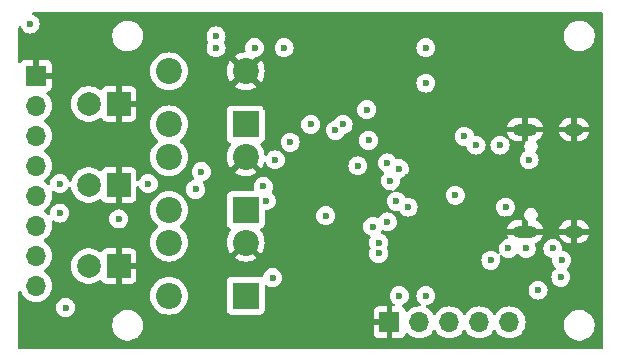
<source format=gbr>
%TF.GenerationSoftware,KiCad,Pcbnew,8.0.7*%
%TF.CreationDate,2025-04-15T10:47:43+02:00*%
%TF.ProjectId,colobus_hardware,636f6c6f-6275-4735-9f68-617264776172,rev?*%
%TF.SameCoordinates,Original*%
%TF.FileFunction,Copper,L2,Inr*%
%TF.FilePolarity,Positive*%
%FSLAX46Y46*%
G04 Gerber Fmt 4.6, Leading zero omitted, Abs format (unit mm)*
G04 Created by KiCad (PCBNEW 8.0.7) date 2025-04-15 10:47:43*
%MOMM*%
%LPD*%
G01*
G04 APERTURE LIST*
%TA.AperFunction,ComponentPad*%
%ADD10R,2.000000X2.000000*%
%TD*%
%TA.AperFunction,ComponentPad*%
%ADD11C,2.000000*%
%TD*%
%TA.AperFunction,ComponentPad*%
%ADD12R,2.200000X2.200000*%
%TD*%
%TA.AperFunction,ComponentPad*%
%ADD13C,2.200000*%
%TD*%
%TA.AperFunction,ComponentPad*%
%ADD14R,1.700000X1.700000*%
%TD*%
%TA.AperFunction,ComponentPad*%
%ADD15O,1.700000X1.700000*%
%TD*%
%TA.AperFunction,ComponentPad*%
%ADD16O,2.100000X1.000000*%
%TD*%
%TA.AperFunction,ComponentPad*%
%ADD17O,1.600000X1.000000*%
%TD*%
%TA.AperFunction,ViaPad*%
%ADD18C,0.600000*%
%TD*%
G04 APERTURE END LIST*
D10*
%TO.N,GND*%
%TO.C,D2*%
X109000000Y-108250000D03*
D11*
%TO.N,Net-(D2-A)*%
X106460000Y-108250000D03*
%TD*%
D12*
%TO.N,BTN3*%
%TO.C,Button3*%
X119750000Y-124500000D03*
D13*
%TO.N,GND*%
X119750000Y-120000000D03*
%TO.N,N/C*%
X113250000Y-124500000D03*
X113250000Y-120000000D03*
%TD*%
D10*
%TO.N,GND*%
%TO.C,D4*%
X109000000Y-122000000D03*
D11*
%TO.N,Net-(D4-A)*%
X106460000Y-122000000D03*
%TD*%
D14*
%TO.N,GND*%
%TO.C,J3*%
X102000000Y-105875000D03*
D15*
%TO.N,L0p*%
X102000000Y-108415000D03*
%TO.N,L0n*%
X102000000Y-110955000D03*
%TO.N,ID0*%
X102000000Y-113495000D03*
%TO.N,5V*%
X102000000Y-116035000D03*
%TO.N,L1n*%
X102000000Y-118575000D03*
%TO.N,L1p*%
X102000000Y-121115000D03*
%TO.N,ID1*%
X102000000Y-123655000D03*
%TD*%
D12*
%TO.N,BTN2*%
%TO.C,Button2*%
X119750000Y-117250000D03*
D13*
%TO.N,GND*%
X119750000Y-112750000D03*
%TO.N,N/C*%
X113250000Y-117250000D03*
X113250000Y-112750000D03*
%TD*%
D12*
%TO.N,BTN1*%
%TO.C,Button1*%
X119750000Y-110000000D03*
D13*
%TO.N,GND*%
X119750000Y-105500000D03*
%TO.N,N/C*%
X113250000Y-110000000D03*
X113250000Y-105500000D03*
%TD*%
D14*
%TO.N,GND*%
%TO.C,J1*%
X131925000Y-126750000D03*
D15*
%TO.N,SWDCLK*%
X134465000Y-126750000D03*
%TO.N,SWDIO*%
X137005000Y-126750000D03*
%TO.N,~{RESET}*%
X139545000Y-126750000D03*
%TO.N,+3V3*%
X142085000Y-126750000D03*
%TD*%
D16*
%TO.N,GND*%
%TO.C,J2*%
X143395000Y-119070000D03*
D17*
X147575000Y-119070000D03*
D16*
X143395000Y-110430000D03*
D17*
X147575000Y-110430000D03*
%TD*%
D10*
%TO.N,GND*%
%TO.C,D3*%
X109000000Y-115125000D03*
D11*
%TO.N,Net-(D3-A)*%
X106460000Y-115125000D03*
%TD*%
D18*
%TO.N,GND*%
X142000000Y-118000000D03*
%TO.N,L0n*%
X131000000Y-120000000D03*
%TO.N,L0p*%
X131000000Y-120924314D03*
%TO.N,GND*%
X146500000Y-107000000D03*
X138750000Y-106000000D03*
X101000000Y-127500000D03*
X144400000Y-121750000D03*
X126500000Y-105000000D03*
X121500000Y-108500000D03*
X116000000Y-105500000D03*
X106500000Y-118500000D03*
X135000000Y-108000000D03*
X114500000Y-127000000D03*
X136000000Y-119500000D03*
X126000000Y-102000000D03*
X122500000Y-127000000D03*
X116000000Y-112000000D03*
X139500000Y-124500000D03*
X134500000Y-120500000D03*
X136500000Y-102000000D03*
X124000000Y-120000000D03*
X115959720Y-116986234D03*
X117500000Y-120000000D03*
X126500000Y-107500000D03*
X105000000Y-112500000D03*
X148500000Y-123000000D03*
X130000000Y-105000000D03*
X119000000Y-127000000D03*
X146500000Y-114000000D03*
X138500000Y-107500000D03*
X117000000Y-123500000D03*
X129500000Y-125000000D03*
X130500000Y-101500000D03*
X126000000Y-127000000D03*
X137000000Y-120500000D03*
X126750000Y-121250000D03*
X128000000Y-116500000D03*
X107000000Y-125000000D03*
X148500000Y-116000000D03*
X135500000Y-121500000D03*
X114265479Y-101493762D03*
X127500000Y-127000000D03*
X116000000Y-109500000D03*
X139137499Y-114612501D03*
X134000000Y-113000000D03*
X123500000Y-123000000D03*
X133500000Y-114490000D03*
X141200000Y-123367500D03*
X126950000Y-115437500D03*
X141000000Y-108500000D03*
X138500000Y-109000000D03*
X143000000Y-102500000D03*
X126000000Y-114000000D03*
%TO.N,BTN1*%
X121250000Y-115250000D03*
%TO.N,BTN3*%
X121500163Y-116449998D03*
%TO.N,+3V3*%
X122020000Y-122980000D03*
X142000000Y-120500000D03*
X137500000Y-116000000D03*
X126529430Y-117720570D03*
X133500000Y-117000000D03*
X135000000Y-106500000D03*
X135000000Y-124500000D03*
X140500000Y-121500000D03*
X123512500Y-111512500D03*
%TO.N,5V*%
X146438749Y-122938749D03*
X143500000Y-120500000D03*
X141750000Y-117000000D03*
X104500000Y-125500000D03*
X145750000Y-120500000D03*
X101500000Y-101500000D03*
X104000000Y-117500000D03*
X144500000Y-124025000D03*
X104000000Y-115000000D03*
X146500000Y-121500000D03*
X141281170Y-111750000D03*
X139250000Y-111750000D03*
%TO.N,~{RESET}*%
X132750000Y-124500000D03*
%TO.N,Net-(J2-CC2)*%
X138260000Y-111010000D03*
X143750000Y-113000000D03*
%TO.N,L0p*%
X117240000Y-102500000D03*
%TO.N,L1n*%
X122250000Y-113000000D03*
X116000000Y-114000000D03*
%TO.N,L0n*%
X117240000Y-103500000D03*
%TO.N,ID0*%
X115500000Y-115500000D03*
X111500000Y-115000000D03*
%TO.N,LED1*%
X132500000Y-116500000D03*
X135000000Y-103500000D03*
%TO.N,LED2*%
X120500000Y-103500000D03*
X132000000Y-114750000D03*
%TO.N,LED3*%
X132750000Y-113750000D03*
X123000000Y-103500000D03*
%TO.N,LED4*%
X131750000Y-113250000D03*
X109000000Y-118000000D03*
%TO.N,+1V1*%
X130150000Y-111350000D03*
X129250000Y-113500000D03*
%TO.N,PICO_D_N*%
X128000000Y-110000000D03*
X131750000Y-118250000D03*
%TO.N,PICO_D_P*%
X130500000Y-118640002D03*
X127350000Y-110500000D03*
%TO.N,Net-(U1-QSPI_SD0)*%
X125250000Y-110000000D03*
X130000000Y-108750000D03*
%TO.N,GND*%
X135750000Y-120500000D03*
%TD*%
%TA.AperFunction,Conductor*%
%TO.N,GND*%
G36*
X149942539Y-100520185D02*
G01*
X149988294Y-100572989D01*
X149999500Y-100624500D01*
X149999500Y-128875500D01*
X149979815Y-128942539D01*
X149927011Y-128988294D01*
X149875500Y-128999500D01*
X100624500Y-128999500D01*
X100557461Y-128979815D01*
X100511706Y-128927011D01*
X100500500Y-128875500D01*
X100500500Y-126897648D01*
X108449500Y-126897648D01*
X108449500Y-127102351D01*
X108481522Y-127304534D01*
X108544781Y-127499223D01*
X108607032Y-127621395D01*
X108620508Y-127647844D01*
X108637715Y-127681613D01*
X108758028Y-127847213D01*
X108902786Y-127991971D01*
X109051477Y-128099999D01*
X109068390Y-128112287D01*
X109184607Y-128171503D01*
X109250776Y-128205218D01*
X109250778Y-128205218D01*
X109250781Y-128205220D01*
X109355137Y-128239127D01*
X109445465Y-128268477D01*
X109546557Y-128284488D01*
X109647648Y-128300500D01*
X109647649Y-128300500D01*
X109852351Y-128300500D01*
X109852352Y-128300500D01*
X110054534Y-128268477D01*
X110249219Y-128205220D01*
X110431610Y-128112287D01*
X110526494Y-128043350D01*
X110597213Y-127991971D01*
X110597215Y-127991968D01*
X110597219Y-127991966D01*
X110741966Y-127847219D01*
X110741968Y-127847215D01*
X110741971Y-127847213D01*
X110841276Y-127710529D01*
X110862287Y-127681610D01*
X110955220Y-127499219D01*
X111018477Y-127304534D01*
X111050500Y-127102352D01*
X111050500Y-126897648D01*
X111018477Y-126695465D01*
X110973489Y-126557007D01*
X110955220Y-126500781D01*
X110955218Y-126500778D01*
X110955218Y-126500776D01*
X110921503Y-126434607D01*
X110862287Y-126318390D01*
X110852969Y-126305565D01*
X110741971Y-126152786D01*
X110597213Y-126008028D01*
X110431613Y-125887715D01*
X110431612Y-125887714D01*
X110431610Y-125887713D01*
X110342543Y-125842331D01*
X110249223Y-125794781D01*
X110054534Y-125731522D01*
X109879995Y-125703878D01*
X109852352Y-125699500D01*
X109647648Y-125699500D01*
X109623329Y-125703351D01*
X109445465Y-125731522D01*
X109250776Y-125794781D01*
X109068386Y-125887715D01*
X108902786Y-126008028D01*
X108758028Y-126152786D01*
X108637715Y-126318386D01*
X108544781Y-126500776D01*
X108481522Y-126695465D01*
X108449500Y-126897648D01*
X100500500Y-126897648D01*
X100500500Y-125499996D01*
X103694435Y-125499996D01*
X103694435Y-125500003D01*
X103714630Y-125679249D01*
X103714631Y-125679254D01*
X103774211Y-125849523D01*
X103870184Y-126002262D01*
X103997738Y-126129816D01*
X104150478Y-126225789D01*
X104299594Y-126277967D01*
X104320745Y-126285368D01*
X104320750Y-126285369D01*
X104499996Y-126305565D01*
X104500000Y-126305565D01*
X104500004Y-126305565D01*
X104679249Y-126285369D01*
X104679252Y-126285368D01*
X104679255Y-126285368D01*
X104849522Y-126225789D01*
X105002262Y-126129816D01*
X105129816Y-126002262D01*
X105225789Y-125849522D01*
X105285368Y-125679255D01*
X105287773Y-125657913D01*
X105305565Y-125500003D01*
X105305565Y-125499996D01*
X105285369Y-125320750D01*
X105285368Y-125320745D01*
X105225789Y-125150478D01*
X105129816Y-124997738D01*
X105002262Y-124870184D01*
X104936774Y-124829035D01*
X104849523Y-124774211D01*
X104679254Y-124714631D01*
X104679249Y-124714630D01*
X104500004Y-124694435D01*
X104499996Y-124694435D01*
X104320750Y-124714630D01*
X104320745Y-124714631D01*
X104150476Y-124774211D01*
X103997737Y-124870184D01*
X103870184Y-124997737D01*
X103774211Y-125150476D01*
X103714631Y-125320745D01*
X103714630Y-125320750D01*
X103694435Y-125499996D01*
X100500500Y-125499996D01*
X100500500Y-124194196D01*
X100520185Y-124127157D01*
X100572989Y-124081402D01*
X100642147Y-124071458D01*
X100705703Y-124100483D01*
X100736881Y-124141790D01*
X100786805Y-124248852D01*
X100825965Y-124332830D01*
X100825967Y-124332834D01*
X100934281Y-124487521D01*
X100961505Y-124526401D01*
X101128599Y-124693495D01*
X101158786Y-124714632D01*
X101322165Y-124829032D01*
X101322167Y-124829033D01*
X101322170Y-124829035D01*
X101536337Y-124928903D01*
X101764592Y-124990063D01*
X101952918Y-125006539D01*
X101999999Y-125010659D01*
X102000000Y-125010659D01*
X102000001Y-125010659D01*
X102039234Y-125007226D01*
X102235408Y-124990063D01*
X102463663Y-124928903D01*
X102677830Y-124829035D01*
X102871401Y-124693495D01*
X103038495Y-124526401D01*
X103056981Y-124500000D01*
X111644551Y-124500000D01*
X111664317Y-124751151D01*
X111723126Y-124996110D01*
X111819533Y-125228859D01*
X111951160Y-125443653D01*
X111951161Y-125443656D01*
X111986736Y-125485309D01*
X112114776Y-125635224D01*
X112227528Y-125731523D01*
X112306343Y-125798838D01*
X112306346Y-125798839D01*
X112521140Y-125930466D01*
X112708393Y-126008028D01*
X112753889Y-126026873D01*
X112998852Y-126085683D01*
X113250000Y-126105449D01*
X113501148Y-126085683D01*
X113746111Y-126026873D01*
X113978859Y-125930466D01*
X114193659Y-125798836D01*
X114385224Y-125635224D01*
X114548836Y-125443659D01*
X114680466Y-125228859D01*
X114776873Y-124996111D01*
X114835683Y-124751148D01*
X114855449Y-124500000D01*
X114835683Y-124248852D01*
X114776873Y-124003889D01*
X114680466Y-123771141D01*
X114680466Y-123771140D01*
X114548839Y-123556346D01*
X114548838Y-123556343D01*
X114495247Y-123493596D01*
X114385224Y-123364776D01*
X114370423Y-123352135D01*
X118149500Y-123352135D01*
X118149500Y-125647870D01*
X118149501Y-125647876D01*
X118155908Y-125707483D01*
X118206202Y-125842328D01*
X118206206Y-125842335D01*
X118292452Y-125957544D01*
X118292455Y-125957547D01*
X118407664Y-126043793D01*
X118407671Y-126043797D01*
X118542517Y-126094091D01*
X118542516Y-126094091D01*
X118549444Y-126094835D01*
X118602127Y-126100500D01*
X120897872Y-126100499D01*
X120957483Y-126094091D01*
X121092331Y-126043796D01*
X121207546Y-125957546D01*
X121286442Y-125852155D01*
X130575000Y-125852155D01*
X130575000Y-126500000D01*
X131491988Y-126500000D01*
X131459075Y-126557007D01*
X131425000Y-126684174D01*
X131425000Y-126815826D01*
X131459075Y-126942993D01*
X131491988Y-127000000D01*
X130575000Y-127000000D01*
X130575000Y-127647844D01*
X130581401Y-127707372D01*
X130581403Y-127707379D01*
X130631645Y-127842086D01*
X130631649Y-127842093D01*
X130717809Y-127957187D01*
X130717812Y-127957190D01*
X130832906Y-128043350D01*
X130832913Y-128043354D01*
X130967620Y-128093596D01*
X130967627Y-128093598D01*
X131027155Y-128099999D01*
X131027172Y-128100000D01*
X131675000Y-128100000D01*
X131675000Y-127183012D01*
X131732007Y-127215925D01*
X131859174Y-127250000D01*
X131990826Y-127250000D01*
X132117993Y-127215925D01*
X132175000Y-127183012D01*
X132175000Y-128100000D01*
X132822828Y-128100000D01*
X132822844Y-128099999D01*
X132882372Y-128093598D01*
X132882379Y-128093596D01*
X133017086Y-128043354D01*
X133017093Y-128043350D01*
X133132187Y-127957190D01*
X133132190Y-127957187D01*
X133218350Y-127842093D01*
X133218354Y-127842086D01*
X133267422Y-127710529D01*
X133309293Y-127654595D01*
X133374757Y-127630178D01*
X133443030Y-127645030D01*
X133471285Y-127666181D01*
X133593599Y-127788495D01*
X133690384Y-127856265D01*
X133787165Y-127924032D01*
X133787167Y-127924033D01*
X133787170Y-127924035D01*
X134001337Y-128023903D01*
X134229592Y-128085063D01*
X134400319Y-128100000D01*
X134464999Y-128105659D01*
X134465000Y-128105659D01*
X134465001Y-128105659D01*
X134529681Y-128100000D01*
X134700408Y-128085063D01*
X134928663Y-128023903D01*
X135142830Y-127924035D01*
X135336401Y-127788495D01*
X135503495Y-127621401D01*
X135633425Y-127435842D01*
X135688002Y-127392217D01*
X135757500Y-127385023D01*
X135819855Y-127416546D01*
X135836575Y-127435842D01*
X135966500Y-127621395D01*
X135966505Y-127621401D01*
X136133599Y-127788495D01*
X136230384Y-127856265D01*
X136327165Y-127924032D01*
X136327167Y-127924033D01*
X136327170Y-127924035D01*
X136541337Y-128023903D01*
X136769592Y-128085063D01*
X136940319Y-128100000D01*
X137004999Y-128105659D01*
X137005000Y-128105659D01*
X137005001Y-128105659D01*
X137069681Y-128100000D01*
X137240408Y-128085063D01*
X137468663Y-128023903D01*
X137682830Y-127924035D01*
X137876401Y-127788495D01*
X138043495Y-127621401D01*
X138173425Y-127435842D01*
X138228002Y-127392217D01*
X138297500Y-127385023D01*
X138359855Y-127416546D01*
X138376575Y-127435842D01*
X138506500Y-127621395D01*
X138506505Y-127621401D01*
X138673599Y-127788495D01*
X138770384Y-127856265D01*
X138867165Y-127924032D01*
X138867167Y-127924033D01*
X138867170Y-127924035D01*
X139081337Y-128023903D01*
X139309592Y-128085063D01*
X139480319Y-128100000D01*
X139544999Y-128105659D01*
X139545000Y-128105659D01*
X139545001Y-128105659D01*
X139609681Y-128100000D01*
X139780408Y-128085063D01*
X140008663Y-128023903D01*
X140222830Y-127924035D01*
X140416401Y-127788495D01*
X140583495Y-127621401D01*
X140713425Y-127435842D01*
X140768002Y-127392217D01*
X140837500Y-127385023D01*
X140899855Y-127416546D01*
X140916575Y-127435842D01*
X141046500Y-127621395D01*
X141046505Y-127621401D01*
X141213599Y-127788495D01*
X141310384Y-127856265D01*
X141407165Y-127924032D01*
X141407167Y-127924033D01*
X141407170Y-127924035D01*
X141621337Y-128023903D01*
X141849592Y-128085063D01*
X142020319Y-128100000D01*
X142084999Y-128105659D01*
X142085000Y-128105659D01*
X142085001Y-128105659D01*
X142149681Y-128100000D01*
X142320408Y-128085063D01*
X142548663Y-128023903D01*
X142762830Y-127924035D01*
X142956401Y-127788495D01*
X143123495Y-127621401D01*
X143259035Y-127427830D01*
X143358903Y-127213663D01*
X143420063Y-126985408D01*
X143427741Y-126897648D01*
X146699500Y-126897648D01*
X146699500Y-127102351D01*
X146731522Y-127304534D01*
X146794781Y-127499223D01*
X146857032Y-127621395D01*
X146870508Y-127647844D01*
X146887715Y-127681613D01*
X147008028Y-127847213D01*
X147152786Y-127991971D01*
X147301477Y-128099999D01*
X147318390Y-128112287D01*
X147434607Y-128171503D01*
X147500776Y-128205218D01*
X147500778Y-128205218D01*
X147500781Y-128205220D01*
X147605137Y-128239127D01*
X147695465Y-128268477D01*
X147796557Y-128284488D01*
X147897648Y-128300500D01*
X147897649Y-128300500D01*
X148102351Y-128300500D01*
X148102352Y-128300500D01*
X148304534Y-128268477D01*
X148499219Y-128205220D01*
X148681610Y-128112287D01*
X148776494Y-128043350D01*
X148847213Y-127991971D01*
X148847215Y-127991968D01*
X148847219Y-127991966D01*
X148991966Y-127847219D01*
X148991968Y-127847215D01*
X148991971Y-127847213D01*
X149091276Y-127710529D01*
X149112287Y-127681610D01*
X149205220Y-127499219D01*
X149268477Y-127304534D01*
X149300500Y-127102352D01*
X149300500Y-126897648D01*
X149268477Y-126695465D01*
X149223489Y-126557007D01*
X149205220Y-126500781D01*
X149205218Y-126500778D01*
X149205218Y-126500776D01*
X149171503Y-126434607D01*
X149112287Y-126318390D01*
X149102969Y-126305565D01*
X148991971Y-126152786D01*
X148847213Y-126008028D01*
X148681613Y-125887715D01*
X148681612Y-125887714D01*
X148681610Y-125887713D01*
X148592543Y-125842331D01*
X148499223Y-125794781D01*
X148304534Y-125731522D01*
X148129995Y-125703878D01*
X148102352Y-125699500D01*
X147897648Y-125699500D01*
X147873329Y-125703351D01*
X147695465Y-125731522D01*
X147500776Y-125794781D01*
X147318386Y-125887715D01*
X147152786Y-126008028D01*
X147008028Y-126152786D01*
X146887715Y-126318386D01*
X146794781Y-126500776D01*
X146731522Y-126695465D01*
X146699500Y-126897648D01*
X143427741Y-126897648D01*
X143440659Y-126750000D01*
X143420063Y-126514592D01*
X143373626Y-126341285D01*
X143358905Y-126286344D01*
X143358904Y-126286343D01*
X143358903Y-126286337D01*
X143259035Y-126072171D01*
X143253425Y-126064158D01*
X143123494Y-125878597D01*
X142956402Y-125711506D01*
X142956395Y-125711501D01*
X142950655Y-125707482D01*
X142879854Y-125657906D01*
X142762834Y-125575967D01*
X142762830Y-125575965D01*
X142599929Y-125500003D01*
X142548663Y-125476097D01*
X142548659Y-125476096D01*
X142548655Y-125476094D01*
X142320413Y-125414938D01*
X142320403Y-125414936D01*
X142085001Y-125394341D01*
X142084999Y-125394341D01*
X141849596Y-125414936D01*
X141849586Y-125414938D01*
X141621344Y-125476094D01*
X141621335Y-125476098D01*
X141407171Y-125575964D01*
X141407169Y-125575965D01*
X141213597Y-125711505D01*
X141046505Y-125878597D01*
X140916575Y-126064158D01*
X140861998Y-126107783D01*
X140792500Y-126114977D01*
X140730145Y-126083454D01*
X140713425Y-126064158D01*
X140583494Y-125878597D01*
X140416402Y-125711506D01*
X140416395Y-125711501D01*
X140410655Y-125707482D01*
X140339854Y-125657906D01*
X140222834Y-125575967D01*
X140222830Y-125575965D01*
X140059929Y-125500003D01*
X140008663Y-125476097D01*
X140008659Y-125476096D01*
X140008655Y-125476094D01*
X139780413Y-125414938D01*
X139780403Y-125414936D01*
X139545001Y-125394341D01*
X139544999Y-125394341D01*
X139309596Y-125414936D01*
X139309586Y-125414938D01*
X139081344Y-125476094D01*
X139081335Y-125476098D01*
X138867171Y-125575964D01*
X138867169Y-125575965D01*
X138673597Y-125711505D01*
X138506505Y-125878597D01*
X138376575Y-126064158D01*
X138321998Y-126107783D01*
X138252500Y-126114977D01*
X138190145Y-126083454D01*
X138173425Y-126064158D01*
X138043494Y-125878597D01*
X137876402Y-125711506D01*
X137876395Y-125711501D01*
X137870655Y-125707482D01*
X137799854Y-125657906D01*
X137682834Y-125575967D01*
X137682830Y-125575965D01*
X137519929Y-125500003D01*
X137468663Y-125476097D01*
X137468659Y-125476096D01*
X137468655Y-125476094D01*
X137240413Y-125414938D01*
X137240403Y-125414936D01*
X137005001Y-125394341D01*
X137004999Y-125394341D01*
X136769596Y-125414936D01*
X136769586Y-125414938D01*
X136541344Y-125476094D01*
X136541335Y-125476098D01*
X136327171Y-125575964D01*
X136327169Y-125575965D01*
X136133597Y-125711505D01*
X135966505Y-125878597D01*
X135836575Y-126064158D01*
X135781998Y-126107783D01*
X135712500Y-126114977D01*
X135650145Y-126083454D01*
X135633425Y-126064158D01*
X135503494Y-125878597D01*
X135336402Y-125711506D01*
X135336395Y-125711501D01*
X135330655Y-125707482D01*
X135259854Y-125657906D01*
X135142834Y-125575967D01*
X135142830Y-125575965D01*
X135047436Y-125531482D01*
X134994997Y-125485309D01*
X134975845Y-125418116D01*
X134996061Y-125351235D01*
X135049226Y-125305900D01*
X135085958Y-125295880D01*
X135179250Y-125285369D01*
X135179253Y-125285368D01*
X135179255Y-125285368D01*
X135349522Y-125225789D01*
X135502262Y-125129816D01*
X135629816Y-125002262D01*
X135725789Y-124849522D01*
X135785368Y-124679255D01*
X135788122Y-124654815D01*
X135805565Y-124500003D01*
X135805565Y-124499996D01*
X135785369Y-124320750D01*
X135785368Y-124320745D01*
X135725789Y-124150478D01*
X135711135Y-124127157D01*
X135676137Y-124071458D01*
X135646943Y-124024996D01*
X143694435Y-124024996D01*
X143694435Y-124025003D01*
X143714630Y-124204249D01*
X143714631Y-124204254D01*
X143774211Y-124374523D01*
X143853052Y-124499996D01*
X143870184Y-124527262D01*
X143997738Y-124654816D01*
X144059292Y-124693493D01*
X144092934Y-124714632D01*
X144150478Y-124750789D01*
X144320745Y-124810368D01*
X144320750Y-124810369D01*
X144499996Y-124830565D01*
X144500000Y-124830565D01*
X144500004Y-124830565D01*
X144679249Y-124810369D01*
X144679252Y-124810368D01*
X144679255Y-124810368D01*
X144849522Y-124750789D01*
X145002262Y-124654816D01*
X145129816Y-124527262D01*
X145225789Y-124374522D01*
X145285368Y-124204255D01*
X145285369Y-124204249D01*
X145305565Y-124025003D01*
X145305565Y-124024996D01*
X145285369Y-123845750D01*
X145285368Y-123845745D01*
X145259263Y-123771141D01*
X145225789Y-123675478D01*
X145218914Y-123664537D01*
X145129815Y-123522737D01*
X145002262Y-123395184D01*
X144849523Y-123299211D01*
X144679254Y-123239631D01*
X144679249Y-123239630D01*
X144500004Y-123219435D01*
X144499996Y-123219435D01*
X144320750Y-123239630D01*
X144320745Y-123239631D01*
X144150476Y-123299211D01*
X143997737Y-123395184D01*
X143870184Y-123522737D01*
X143774211Y-123675476D01*
X143714631Y-123845745D01*
X143714630Y-123845750D01*
X143694435Y-124024996D01*
X135646943Y-124024996D01*
X135629816Y-123997738D01*
X135502262Y-123870184D01*
X135463368Y-123845745D01*
X135349523Y-123774211D01*
X135179254Y-123714631D01*
X135179249Y-123714630D01*
X135000004Y-123694435D01*
X134999996Y-123694435D01*
X134820750Y-123714630D01*
X134820745Y-123714631D01*
X134650476Y-123774211D01*
X134497737Y-123870184D01*
X134370184Y-123997737D01*
X134274211Y-124150476D01*
X134214631Y-124320745D01*
X134214630Y-124320750D01*
X134194435Y-124499996D01*
X134194435Y-124500003D01*
X134214630Y-124679249D01*
X134214631Y-124679254D01*
X134274211Y-124849523D01*
X134362518Y-124990061D01*
X134370184Y-125002262D01*
X134497738Y-125129816D01*
X134546854Y-125160677D01*
X134557180Y-125167166D01*
X134603471Y-125219501D01*
X134614119Y-125288555D01*
X134585744Y-125352403D01*
X134527354Y-125390775D01*
X134480402Y-125395688D01*
X134465004Y-125394341D01*
X134464999Y-125394341D01*
X134229596Y-125414936D01*
X134229586Y-125414938D01*
X134001344Y-125476094D01*
X134001335Y-125476098D01*
X133787171Y-125575964D01*
X133787169Y-125575965D01*
X133593600Y-125711503D01*
X133471284Y-125833819D01*
X133409961Y-125867303D01*
X133340269Y-125862319D01*
X133284336Y-125820447D01*
X133267421Y-125789470D01*
X133218354Y-125657913D01*
X133218350Y-125657906D01*
X133132190Y-125542812D01*
X133132187Y-125542809D01*
X133019477Y-125458434D01*
X132977606Y-125402501D01*
X132972622Y-125332809D01*
X133006108Y-125271486D01*
X133052834Y-125242126D01*
X133090748Y-125228859D01*
X133099522Y-125225789D01*
X133252262Y-125129816D01*
X133379816Y-125002262D01*
X133475789Y-124849522D01*
X133535368Y-124679255D01*
X133538122Y-124654815D01*
X133555565Y-124500003D01*
X133555565Y-124499996D01*
X133535369Y-124320750D01*
X133535368Y-124320745D01*
X133475789Y-124150478D01*
X133461135Y-124127157D01*
X133426137Y-124071458D01*
X133379816Y-123997738D01*
X133252262Y-123870184D01*
X133213368Y-123845745D01*
X133099523Y-123774211D01*
X132929254Y-123714631D01*
X132929249Y-123714630D01*
X132750004Y-123694435D01*
X132749996Y-123694435D01*
X132570750Y-123714630D01*
X132570745Y-123714631D01*
X132400476Y-123774211D01*
X132247737Y-123870184D01*
X132120184Y-123997737D01*
X132024211Y-124150476D01*
X131964631Y-124320745D01*
X131964630Y-124320750D01*
X131944435Y-124499996D01*
X131944435Y-124500003D01*
X131964630Y-124679249D01*
X131964631Y-124679254D01*
X132024211Y-124849523D01*
X132112518Y-124990061D01*
X132120184Y-125002262D01*
X132247738Y-125129816D01*
X132313292Y-125171006D01*
X132359583Y-125223341D01*
X132370231Y-125292394D01*
X132341856Y-125356243D01*
X132283467Y-125394615D01*
X132247320Y-125400000D01*
X132175000Y-125400000D01*
X132175000Y-126316988D01*
X132117993Y-126284075D01*
X131990826Y-126250000D01*
X131859174Y-126250000D01*
X131732007Y-126284075D01*
X131675000Y-126316988D01*
X131675000Y-125400000D01*
X131027155Y-125400000D01*
X130967627Y-125406401D01*
X130967620Y-125406403D01*
X130832913Y-125456645D01*
X130832906Y-125456649D01*
X130717812Y-125542809D01*
X130717809Y-125542812D01*
X130631649Y-125657906D01*
X130631645Y-125657913D01*
X130581403Y-125792620D01*
X130581401Y-125792627D01*
X130575000Y-125852155D01*
X121286442Y-125852155D01*
X121293796Y-125842331D01*
X121344091Y-125707483D01*
X121350500Y-125647873D01*
X121350499Y-123729093D01*
X121370184Y-123662055D01*
X121422987Y-123616300D01*
X121492146Y-123606356D01*
X121540470Y-123624099D01*
X121670478Y-123705789D01*
X121737080Y-123729094D01*
X121840745Y-123765368D01*
X121840750Y-123765369D01*
X122019996Y-123785565D01*
X122020000Y-123785565D01*
X122020004Y-123785565D01*
X122199249Y-123765369D01*
X122199252Y-123765368D01*
X122199255Y-123765368D01*
X122369522Y-123705789D01*
X122522262Y-123609816D01*
X122649816Y-123482262D01*
X122745789Y-123329522D01*
X122805368Y-123159255D01*
X122805369Y-123159249D01*
X122825565Y-122980003D01*
X122825565Y-122979996D01*
X122805369Y-122800750D01*
X122805368Y-122800745D01*
X122745788Y-122630476D01*
X122663804Y-122500000D01*
X122649816Y-122477738D01*
X122522262Y-122350184D01*
X122369523Y-122254211D01*
X122199254Y-122194631D01*
X122199249Y-122194630D01*
X122020004Y-122174435D01*
X122019996Y-122174435D01*
X121840750Y-122194630D01*
X121840745Y-122194631D01*
X121670476Y-122254211D01*
X121517737Y-122350184D01*
X121390184Y-122477737D01*
X121294211Y-122630476D01*
X121234631Y-122800745D01*
X121234631Y-122800748D01*
X121229861Y-122843081D01*
X121202794Y-122907494D01*
X121145199Y-122947049D01*
X121075362Y-122949186D01*
X121063309Y-122945378D01*
X120957485Y-122905909D01*
X120957483Y-122905908D01*
X120897883Y-122899501D01*
X120897881Y-122899500D01*
X120897873Y-122899500D01*
X120897864Y-122899500D01*
X118602129Y-122899500D01*
X118602123Y-122899501D01*
X118542516Y-122905908D01*
X118407671Y-122956202D01*
X118407664Y-122956206D01*
X118292455Y-123042452D01*
X118292452Y-123042455D01*
X118206206Y-123157664D01*
X118206202Y-123157671D01*
X118155908Y-123292517D01*
X118149501Y-123352116D01*
X118149500Y-123352135D01*
X114370423Y-123352135D01*
X114241581Y-123242093D01*
X114193656Y-123201161D01*
X114193653Y-123201160D01*
X113978859Y-123069533D01*
X113746110Y-122973126D01*
X113501151Y-122914317D01*
X113250000Y-122894551D01*
X112998848Y-122914317D01*
X112753889Y-122973126D01*
X112521140Y-123069533D01*
X112306346Y-123201160D01*
X112306343Y-123201161D01*
X112114776Y-123364776D01*
X111951161Y-123556343D01*
X111951160Y-123556346D01*
X111819533Y-123771140D01*
X111723126Y-124003889D01*
X111664317Y-124248848D01*
X111644551Y-124500000D01*
X103056981Y-124500000D01*
X103174035Y-124332830D01*
X103273903Y-124118663D01*
X103335063Y-123890408D01*
X103355659Y-123655000D01*
X103335063Y-123419592D01*
X103284725Y-123231726D01*
X103273905Y-123191344D01*
X103273904Y-123191343D01*
X103273903Y-123191337D01*
X103174035Y-122977171D01*
X103171204Y-122973127D01*
X103038494Y-122783597D01*
X102871402Y-122616506D01*
X102871396Y-122616501D01*
X102685842Y-122486575D01*
X102642217Y-122431998D01*
X102635023Y-122362500D01*
X102666546Y-122300145D01*
X102685842Y-122283425D01*
X102755048Y-122234966D01*
X102871401Y-122153495D01*
X103024902Y-121999994D01*
X104954357Y-121999994D01*
X104954357Y-122000005D01*
X104974890Y-122247812D01*
X104974892Y-122247824D01*
X105035936Y-122488881D01*
X105135826Y-122716606D01*
X105271833Y-122924782D01*
X105290793Y-122945378D01*
X105440256Y-123107738D01*
X105636491Y-123260474D01*
X105636493Y-123260475D01*
X105805830Y-123352116D01*
X105855190Y-123378828D01*
X106090386Y-123459571D01*
X106335665Y-123500500D01*
X106584335Y-123500500D01*
X106829614Y-123459571D01*
X107064810Y-123378828D01*
X107283509Y-123260474D01*
X107367201Y-123195333D01*
X107432192Y-123169692D01*
X107500732Y-123183258D01*
X107551057Y-123231726D01*
X107552290Y-123234361D01*
X107552396Y-123234304D01*
X107556649Y-123242093D01*
X107642809Y-123357187D01*
X107642812Y-123357190D01*
X107757906Y-123443350D01*
X107757913Y-123443354D01*
X107892620Y-123493596D01*
X107892627Y-123493598D01*
X107952155Y-123499999D01*
X107952172Y-123500000D01*
X108750000Y-123500000D01*
X108750000Y-122433012D01*
X108807007Y-122465925D01*
X108934174Y-122500000D01*
X109065826Y-122500000D01*
X109192993Y-122465925D01*
X109250000Y-122433012D01*
X109250000Y-123500000D01*
X110047828Y-123500000D01*
X110047844Y-123499999D01*
X110107372Y-123493598D01*
X110107379Y-123493596D01*
X110242086Y-123443354D01*
X110242093Y-123443350D01*
X110357187Y-123357190D01*
X110357190Y-123357187D01*
X110443350Y-123242093D01*
X110443354Y-123242086D01*
X110493596Y-123107379D01*
X110493598Y-123107372D01*
X110499999Y-123047844D01*
X110500000Y-123047827D01*
X110500000Y-122250000D01*
X109433012Y-122250000D01*
X109465925Y-122192993D01*
X109500000Y-122065826D01*
X109500000Y-121934174D01*
X109465925Y-121807007D01*
X109433012Y-121750000D01*
X110500000Y-121750000D01*
X110500000Y-120952172D01*
X110499999Y-120952155D01*
X110493598Y-120892627D01*
X110493596Y-120892620D01*
X110443354Y-120757913D01*
X110443350Y-120757906D01*
X110357190Y-120642812D01*
X110357187Y-120642809D01*
X110242093Y-120556649D01*
X110242086Y-120556645D01*
X110107379Y-120506403D01*
X110107372Y-120506401D01*
X110047844Y-120500000D01*
X109250000Y-120500000D01*
X109250000Y-121566988D01*
X109192993Y-121534075D01*
X109065826Y-121500000D01*
X108934174Y-121500000D01*
X108807007Y-121534075D01*
X108750000Y-121566988D01*
X108750000Y-120500000D01*
X107952155Y-120500000D01*
X107892627Y-120506401D01*
X107892620Y-120506403D01*
X107757913Y-120556645D01*
X107757906Y-120556649D01*
X107642812Y-120642809D01*
X107642809Y-120642812D01*
X107556649Y-120757906D01*
X107552396Y-120765696D01*
X107549217Y-120763960D01*
X107517596Y-120806135D01*
X107452113Y-120830502D01*
X107383851Y-120815598D01*
X107367199Y-120804665D01*
X107335933Y-120780330D01*
X107283509Y-120739526D01*
X107283507Y-120739525D01*
X107283506Y-120739524D01*
X107064811Y-120621172D01*
X107064802Y-120621169D01*
X106829616Y-120540429D01*
X106584335Y-120499500D01*
X106335665Y-120499500D01*
X106090383Y-120540429D01*
X105855197Y-120621169D01*
X105855188Y-120621172D01*
X105636493Y-120739524D01*
X105456542Y-120879586D01*
X105440256Y-120892262D01*
X105439920Y-120892627D01*
X105271833Y-121075217D01*
X105135826Y-121283393D01*
X105035936Y-121511118D01*
X104974892Y-121752175D01*
X104974890Y-121752187D01*
X104954357Y-121999994D01*
X103024902Y-121999994D01*
X103038495Y-121986401D01*
X103174035Y-121792830D01*
X103273903Y-121578663D01*
X103335063Y-121350408D01*
X103355659Y-121115000D01*
X103335063Y-120879592D01*
X103282921Y-120684994D01*
X103273905Y-120651344D01*
X103273904Y-120651343D01*
X103273903Y-120651337D01*
X103174035Y-120437171D01*
X103145337Y-120396185D01*
X103038494Y-120243597D01*
X102871402Y-120076506D01*
X102871396Y-120076501D01*
X102685842Y-119946575D01*
X102642217Y-119891998D01*
X102635023Y-119822500D01*
X102666546Y-119760145D01*
X102685842Y-119743425D01*
X102708026Y-119727891D01*
X102871401Y-119613495D01*
X103038495Y-119446401D01*
X103174035Y-119252830D01*
X103273903Y-119038663D01*
X103335063Y-118810408D01*
X103355659Y-118575000D01*
X103335063Y-118339592D01*
X103316314Y-118269618D01*
X103317977Y-118199769D01*
X103357140Y-118141907D01*
X103421368Y-118114403D01*
X103490271Y-118125990D01*
X103502056Y-118132529D01*
X103650478Y-118225789D01*
X103775737Y-118269619D01*
X103820745Y-118285368D01*
X103820750Y-118285369D01*
X103999996Y-118305565D01*
X104000000Y-118305565D01*
X104000004Y-118305565D01*
X104179249Y-118285369D01*
X104179252Y-118285368D01*
X104179255Y-118285368D01*
X104349522Y-118225789D01*
X104502262Y-118129816D01*
X104629816Y-118002262D01*
X104631240Y-117999996D01*
X108194435Y-117999996D01*
X108194435Y-118000003D01*
X108214630Y-118179249D01*
X108214631Y-118179254D01*
X108274211Y-118349523D01*
X108370184Y-118502262D01*
X108497738Y-118629816D01*
X108588080Y-118686582D01*
X108611287Y-118701164D01*
X108650478Y-118725789D01*
X108776826Y-118770000D01*
X108820745Y-118785368D01*
X108820750Y-118785369D01*
X108999996Y-118805565D01*
X109000000Y-118805565D01*
X109000004Y-118805565D01*
X109179249Y-118785369D01*
X109179252Y-118785368D01*
X109179255Y-118785368D01*
X109349522Y-118725789D01*
X109502262Y-118629816D01*
X109629816Y-118502262D01*
X109725789Y-118349522D01*
X109785368Y-118179255D01*
X109785703Y-118176281D01*
X109805565Y-118000003D01*
X109805565Y-117999996D01*
X109785369Y-117820750D01*
X109785368Y-117820745D01*
X109748634Y-117715765D01*
X109725789Y-117650478D01*
X109629816Y-117497738D01*
X109502262Y-117370184D01*
X109434331Y-117327500D01*
X109349523Y-117274211D01*
X109280332Y-117250000D01*
X111644551Y-117250000D01*
X111664317Y-117501151D01*
X111723126Y-117746110D01*
X111819533Y-117978859D01*
X111951160Y-118193653D01*
X111951161Y-118193656D01*
X111983726Y-118231784D01*
X112114776Y-118385224D01*
X112203208Y-118460752D01*
X112285118Y-118530710D01*
X112323311Y-118589217D01*
X112323809Y-118659085D01*
X112286456Y-118718131D01*
X112285118Y-118719290D01*
X112114776Y-118864776D01*
X111951161Y-119056343D01*
X111951161Y-119056345D01*
X111819533Y-119271140D01*
X111723126Y-119503889D01*
X111664317Y-119748848D01*
X111644551Y-120000000D01*
X111664317Y-120251151D01*
X111723126Y-120496110D01*
X111819533Y-120728859D01*
X111951160Y-120943653D01*
X111951161Y-120943656D01*
X111980568Y-120978087D01*
X112114776Y-121135224D01*
X112220813Y-121225788D01*
X112306343Y-121298838D01*
X112306346Y-121298839D01*
X112521140Y-121430466D01*
X112689019Y-121500003D01*
X112753889Y-121526873D01*
X112998852Y-121585683D01*
X113250000Y-121605449D01*
X113501148Y-121585683D01*
X113746111Y-121526873D01*
X113978859Y-121430466D01*
X114193659Y-121298836D01*
X114385224Y-121135224D01*
X114548836Y-120943659D01*
X114680466Y-120728859D01*
X114776873Y-120496111D01*
X114835683Y-120251148D01*
X114855449Y-120000000D01*
X118145052Y-120000000D01*
X118164812Y-120251072D01*
X118223603Y-120495956D01*
X118319980Y-120728631D01*
X118451568Y-120943362D01*
X118452266Y-120944179D01*
X119185387Y-120211058D01*
X119190889Y-120231591D01*
X119269881Y-120368408D01*
X119381592Y-120480119D01*
X119518409Y-120559111D01*
X119538940Y-120564612D01*
X118805819Y-121297732D01*
X118805819Y-121297733D01*
X118806634Y-121298429D01*
X119021368Y-121430019D01*
X119254043Y-121526396D01*
X119498927Y-121585187D01*
X119750000Y-121604947D01*
X120001072Y-121585187D01*
X120245956Y-121526396D01*
X120478631Y-121430019D01*
X120693361Y-121298432D01*
X120693363Y-121298430D01*
X120694180Y-121297732D01*
X119961059Y-120564612D01*
X119981591Y-120559111D01*
X120118408Y-120480119D01*
X120230119Y-120368408D01*
X120309111Y-120231591D01*
X120314612Y-120211059D01*
X121047732Y-120944180D01*
X121048430Y-120943363D01*
X121048432Y-120943361D01*
X121180019Y-120728631D01*
X121276396Y-120495956D01*
X121335187Y-120251072D01*
X121354947Y-120000000D01*
X121335187Y-119748927D01*
X121276396Y-119504043D01*
X121180019Y-119271368D01*
X121048431Y-119056637D01*
X121048429Y-119056633D01*
X121003893Y-119004488D01*
X120975323Y-118940727D01*
X120985760Y-118871641D01*
X121031891Y-118819165D01*
X121054852Y-118807775D01*
X121092326Y-118793798D01*
X121092326Y-118793797D01*
X121092331Y-118793796D01*
X121207546Y-118707546D01*
X121258112Y-118639998D01*
X129694435Y-118639998D01*
X129694435Y-118640005D01*
X129714630Y-118819251D01*
X129714631Y-118819256D01*
X129774211Y-118989525D01*
X129849594Y-119109496D01*
X129870184Y-119142264D01*
X129997738Y-119269818D01*
X130150478Y-119365791D01*
X130251782Y-119401239D01*
X130308559Y-119441961D01*
X130334306Y-119506914D01*
X130320850Y-119575475D01*
X130315822Y-119584252D01*
X130274212Y-119650474D01*
X130214631Y-119820745D01*
X130214630Y-119820750D01*
X130194435Y-119999996D01*
X130194435Y-120000000D01*
X130214630Y-120179249D01*
X130214633Y-120179262D01*
X130274209Y-120349518D01*
X130274211Y-120349522D01*
X130303531Y-120396185D01*
X130322531Y-120463422D01*
X130303531Y-120528129D01*
X130274211Y-120574791D01*
X130274209Y-120574795D01*
X130214633Y-120745051D01*
X130214630Y-120745064D01*
X130194435Y-120924310D01*
X130194435Y-120924317D01*
X130214630Y-121103563D01*
X130214631Y-121103568D01*
X130274211Y-121273837D01*
X130369219Y-121425040D01*
X130370184Y-121426576D01*
X130497738Y-121554130D01*
X130650478Y-121650103D01*
X130733787Y-121679254D01*
X130820745Y-121709682D01*
X130820750Y-121709683D01*
X130999996Y-121729879D01*
X131000000Y-121729879D01*
X131000004Y-121729879D01*
X131179249Y-121709683D01*
X131179252Y-121709682D01*
X131179255Y-121709682D01*
X131349522Y-121650103D01*
X131502262Y-121554130D01*
X131556396Y-121499996D01*
X139694435Y-121499996D01*
X139694435Y-121500003D01*
X139714630Y-121679249D01*
X139714631Y-121679254D01*
X139774211Y-121849523D01*
X139827401Y-121934174D01*
X139870184Y-122002262D01*
X139997738Y-122129816D01*
X140013693Y-122139841D01*
X140111825Y-122201502D01*
X140150478Y-122225789D01*
X140280238Y-122271194D01*
X140320745Y-122285368D01*
X140320750Y-122285369D01*
X140499996Y-122305565D01*
X140500000Y-122305565D01*
X140500004Y-122305565D01*
X140679249Y-122285369D01*
X140679252Y-122285368D01*
X140679255Y-122285368D01*
X140849522Y-122225789D01*
X141002262Y-122129816D01*
X141129816Y-122002262D01*
X141225789Y-121849522D01*
X141285368Y-121679255D01*
X141285369Y-121679249D01*
X141305565Y-121500003D01*
X141305565Y-121499996D01*
X141285369Y-121320750D01*
X141285368Y-121320745D01*
X141247722Y-121213159D01*
X141244161Y-121143380D01*
X141278890Y-121082752D01*
X141340883Y-121050525D01*
X141410458Y-121056930D01*
X141452445Y-121084523D01*
X141497738Y-121129816D01*
X141650478Y-121225789D01*
X141787791Y-121273837D01*
X141820745Y-121285368D01*
X141820750Y-121285369D01*
X141999996Y-121305565D01*
X142000000Y-121305565D01*
X142000004Y-121305565D01*
X142179249Y-121285369D01*
X142179252Y-121285368D01*
X142179255Y-121285368D01*
X142349522Y-121225789D01*
X142502262Y-121129816D01*
X142629816Y-121002262D01*
X142645007Y-120978084D01*
X142697339Y-120931796D01*
X142766393Y-120921146D01*
X142830242Y-120949521D01*
X142854990Y-120978082D01*
X142870184Y-121002262D01*
X142997738Y-121129816D01*
X143150478Y-121225789D01*
X143287791Y-121273837D01*
X143320745Y-121285368D01*
X143320750Y-121285369D01*
X143499996Y-121305565D01*
X143500000Y-121305565D01*
X143500004Y-121305565D01*
X143679249Y-121285369D01*
X143679252Y-121285368D01*
X143679255Y-121285368D01*
X143849522Y-121225789D01*
X144002262Y-121129816D01*
X144129816Y-121002262D01*
X144225789Y-120849522D01*
X144285368Y-120679255D01*
X144289475Y-120642809D01*
X144305565Y-120500000D01*
X144305565Y-120499996D01*
X144944435Y-120499996D01*
X144944435Y-120500000D01*
X144964630Y-120679249D01*
X144964631Y-120679254D01*
X145024211Y-120849523D01*
X145088710Y-120952172D01*
X145120184Y-121002262D01*
X145247738Y-121129816D01*
X145400478Y-121225789D01*
X145570745Y-121285368D01*
X145593543Y-121287936D01*
X145657956Y-121315002D01*
X145697512Y-121372597D01*
X145702880Y-121425040D01*
X145694435Y-121499995D01*
X145694435Y-121500003D01*
X145714630Y-121679249D01*
X145714631Y-121679254D01*
X145774211Y-121849523D01*
X145870184Y-122002262D01*
X145974153Y-122106231D01*
X146007638Y-122167554D01*
X146002654Y-122237246D01*
X145960782Y-122293179D01*
X145952447Y-122298904D01*
X145936488Y-122308932D01*
X145936486Y-122308933D01*
X145808933Y-122436486D01*
X145712960Y-122589225D01*
X145653380Y-122759494D01*
X145653379Y-122759499D01*
X145633184Y-122938745D01*
X145633184Y-122938752D01*
X145653379Y-123117998D01*
X145653380Y-123118003D01*
X145712960Y-123288272D01*
X145795477Y-123419596D01*
X145808933Y-123441011D01*
X145936487Y-123568565D01*
X145996631Y-123606356D01*
X146074045Y-123654999D01*
X146089227Y-123664538D01*
X146259494Y-123724117D01*
X146259499Y-123724118D01*
X146438745Y-123744314D01*
X146438749Y-123744314D01*
X146438753Y-123744314D01*
X146617998Y-123724118D01*
X146618001Y-123724117D01*
X146618004Y-123724117D01*
X146788271Y-123664538D01*
X146941011Y-123568565D01*
X147068565Y-123441011D01*
X147164538Y-123288271D01*
X147224117Y-123118004D01*
X147225315Y-123107372D01*
X147244314Y-122938752D01*
X147244314Y-122938745D01*
X147224118Y-122759499D01*
X147224117Y-122759494D01*
X147178972Y-122630478D01*
X147164538Y-122589227D01*
X147068565Y-122436487D01*
X146964595Y-122332517D01*
X146931110Y-122271194D01*
X146936094Y-122201502D01*
X146977966Y-122145569D01*
X146986307Y-122139841D01*
X147002262Y-122129816D01*
X147129816Y-122002262D01*
X147225789Y-121849522D01*
X147285368Y-121679255D01*
X147285369Y-121679249D01*
X147305565Y-121500003D01*
X147305565Y-121499996D01*
X147285369Y-121320750D01*
X147285368Y-121320745D01*
X147225788Y-121150476D01*
X147132660Y-121002264D01*
X147129816Y-120997738D01*
X147002262Y-120870184D01*
X146939109Y-120830502D01*
X146849523Y-120774211D01*
X146679253Y-120714631D01*
X146656453Y-120712062D01*
X146592040Y-120684994D01*
X146552486Y-120627399D01*
X146547119Y-120574958D01*
X146547138Y-120574795D01*
X146555565Y-120500000D01*
X146555109Y-120495956D01*
X146535369Y-120320750D01*
X146535368Y-120320745D01*
X146485861Y-120179262D01*
X146475789Y-120150478D01*
X146379816Y-119997738D01*
X146252262Y-119870184D01*
X146212182Y-119845000D01*
X146099523Y-119774211D01*
X145929254Y-119714631D01*
X145929249Y-119714630D01*
X145750004Y-119694435D01*
X145749996Y-119694435D01*
X145570750Y-119714630D01*
X145570745Y-119714631D01*
X145400476Y-119774211D01*
X145247737Y-119870184D01*
X145120184Y-119997737D01*
X145024211Y-120150476D01*
X144964631Y-120320745D01*
X144964630Y-120320750D01*
X144944435Y-120499996D01*
X144305565Y-120499996D01*
X144285369Y-120320750D01*
X144285366Y-120320737D01*
X144229548Y-120161220D01*
X144225986Y-120091441D01*
X144260714Y-120030814D01*
X144299137Y-120005704D01*
X144418671Y-119956192D01*
X144418684Y-119956185D01*
X144582462Y-119846751D01*
X144582466Y-119846748D01*
X144721748Y-119707466D01*
X144721751Y-119707462D01*
X144831185Y-119543684D01*
X144831192Y-119543671D01*
X144906569Y-119361692D01*
X144906569Y-119361690D01*
X144914862Y-119320000D01*
X144111988Y-119320000D01*
X144129205Y-119310060D01*
X144185060Y-119254205D01*
X144224556Y-119185796D01*
X144245000Y-119109496D01*
X144245000Y-119030504D01*
X144224556Y-118954204D01*
X144185060Y-118885795D01*
X144129205Y-118829940D01*
X144111988Y-118820000D01*
X144914862Y-118820000D01*
X146305138Y-118820000D01*
X147108012Y-118820000D01*
X147090795Y-118829940D01*
X147034940Y-118885795D01*
X146995444Y-118954204D01*
X146975000Y-119030504D01*
X146975000Y-119109496D01*
X146995444Y-119185796D01*
X147034940Y-119254205D01*
X147090795Y-119310060D01*
X147108012Y-119320000D01*
X146305138Y-119320000D01*
X146313430Y-119361690D01*
X146313430Y-119361692D01*
X146388807Y-119543671D01*
X146388814Y-119543684D01*
X146498248Y-119707462D01*
X146498251Y-119707466D01*
X146637533Y-119846748D01*
X146637537Y-119846751D01*
X146801315Y-119956185D01*
X146801328Y-119956192D01*
X146983306Y-120031569D01*
X146983318Y-120031572D01*
X147176504Y-120069999D01*
X147176508Y-120070000D01*
X147325000Y-120070000D01*
X147325000Y-119370000D01*
X147825000Y-119370000D01*
X147825000Y-120070000D01*
X147973492Y-120070000D01*
X147973495Y-120069999D01*
X148166681Y-120031572D01*
X148166693Y-120031569D01*
X148348671Y-119956192D01*
X148348684Y-119956185D01*
X148512462Y-119846751D01*
X148512466Y-119846748D01*
X148651748Y-119707466D01*
X148651751Y-119707462D01*
X148761185Y-119543684D01*
X148761192Y-119543671D01*
X148836569Y-119361692D01*
X148836569Y-119361690D01*
X148844862Y-119320000D01*
X148041988Y-119320000D01*
X148059205Y-119310060D01*
X148115060Y-119254205D01*
X148154556Y-119185796D01*
X148175000Y-119109496D01*
X148175000Y-119030504D01*
X148154556Y-118954204D01*
X148115060Y-118885795D01*
X148059205Y-118829940D01*
X148041988Y-118820000D01*
X148844862Y-118820000D01*
X148836569Y-118778309D01*
X148836569Y-118778307D01*
X148761192Y-118596328D01*
X148761185Y-118596315D01*
X148651751Y-118432537D01*
X148651748Y-118432533D01*
X148512466Y-118293251D01*
X148512462Y-118293248D01*
X148348684Y-118183814D01*
X148348671Y-118183807D01*
X148166693Y-118108430D01*
X148166681Y-118108427D01*
X147973495Y-118070000D01*
X147825000Y-118070000D01*
X147825000Y-118770000D01*
X147325000Y-118770000D01*
X147325000Y-118070000D01*
X147176504Y-118070000D01*
X146983318Y-118108427D01*
X146983306Y-118108430D01*
X146801328Y-118183807D01*
X146801315Y-118183814D01*
X146637537Y-118293248D01*
X146637533Y-118293251D01*
X146498251Y-118432533D01*
X146498248Y-118432537D01*
X146388814Y-118596315D01*
X146388807Y-118596328D01*
X146313430Y-118778307D01*
X146313430Y-118778309D01*
X146305138Y-118820000D01*
X144914862Y-118820000D01*
X144906569Y-118778309D01*
X144906569Y-118778307D01*
X144831192Y-118596328D01*
X144831185Y-118596315D01*
X144721751Y-118432537D01*
X144721748Y-118432533D01*
X144582466Y-118293251D01*
X144582462Y-118293248D01*
X144418684Y-118183814D01*
X144418674Y-118183809D01*
X144409157Y-118179867D01*
X144354754Y-118136026D01*
X144332689Y-118069731D01*
X144349969Y-118002032D01*
X144353648Y-117996597D01*
X144355512Y-117993367D01*
X144355515Y-117993365D01*
X144431281Y-117862135D01*
X144470500Y-117715766D01*
X144470500Y-117564234D01*
X144431281Y-117417865D01*
X144355515Y-117286635D01*
X144248365Y-117179485D01*
X144162336Y-117129816D01*
X144117136Y-117103719D01*
X144027919Y-117079814D01*
X143970766Y-117064500D01*
X143819234Y-117064500D01*
X143672863Y-117103719D01*
X143541635Y-117179485D01*
X143541632Y-117179487D01*
X143434487Y-117286632D01*
X143434485Y-117286635D01*
X143358719Y-117417863D01*
X143336403Y-117501151D01*
X143319500Y-117564234D01*
X143319500Y-117715766D01*
X143322186Y-117725789D01*
X143358719Y-117862136D01*
X143378946Y-117897169D01*
X143434485Y-117993365D01*
X143541635Y-118100515D01*
X143565690Y-118114403D01*
X143583000Y-118124397D01*
X143631216Y-118174964D01*
X143645000Y-118231784D01*
X143645000Y-118770000D01*
X143145000Y-118770000D01*
X143145000Y-118070000D01*
X142746504Y-118070000D01*
X142553318Y-118108427D01*
X142553306Y-118108430D01*
X142371328Y-118183807D01*
X142371315Y-118183814D01*
X142207537Y-118293248D01*
X142207533Y-118293251D01*
X142068251Y-118432533D01*
X142068248Y-118432537D01*
X141958814Y-118596315D01*
X141958807Y-118596328D01*
X141883430Y-118778307D01*
X141883430Y-118778309D01*
X141875138Y-118820000D01*
X142678012Y-118820000D01*
X142660795Y-118829940D01*
X142604940Y-118885795D01*
X142565444Y-118954204D01*
X142545000Y-119030504D01*
X142545000Y-119109496D01*
X142565444Y-119185796D01*
X142604940Y-119254205D01*
X142660795Y-119310060D01*
X142678012Y-119320000D01*
X141875138Y-119320000D01*
X141883430Y-119361690D01*
X141883430Y-119361692D01*
X141957254Y-119539922D01*
X141964723Y-119609392D01*
X141933447Y-119671871D01*
X141873358Y-119707522D01*
X141856577Y-119710594D01*
X141820749Y-119714630D01*
X141820745Y-119714631D01*
X141650476Y-119774211D01*
X141497737Y-119870184D01*
X141370184Y-119997737D01*
X141274211Y-120150476D01*
X141214631Y-120320745D01*
X141214630Y-120320750D01*
X141194435Y-120499996D01*
X141194435Y-120500000D01*
X141214630Y-120679249D01*
X141214632Y-120679257D01*
X141252277Y-120786841D01*
X141255838Y-120856620D01*
X141221109Y-120917247D01*
X141159115Y-120949474D01*
X141089540Y-120943068D01*
X141047554Y-120915476D01*
X141002262Y-120870184D01*
X140849523Y-120774211D01*
X140679254Y-120714631D01*
X140679249Y-120714630D01*
X140500004Y-120694435D01*
X140499996Y-120694435D01*
X140320750Y-120714630D01*
X140320745Y-120714631D01*
X140150476Y-120774211D01*
X139997737Y-120870184D01*
X139870184Y-120997737D01*
X139774211Y-121150476D01*
X139714631Y-121320745D01*
X139714630Y-121320750D01*
X139694435Y-121499996D01*
X131556396Y-121499996D01*
X131629816Y-121426576D01*
X131725789Y-121273836D01*
X131785368Y-121103569D01*
X131787514Y-121084523D01*
X131805565Y-120924317D01*
X131805565Y-120924310D01*
X131785369Y-120745064D01*
X131785368Y-120745059D01*
X131725788Y-120574789D01*
X131696469Y-120528130D01*
X131677468Y-120460894D01*
X131696469Y-120396184D01*
X131725788Y-120349524D01*
X131725790Y-120349518D01*
X131785368Y-120179255D01*
X131788611Y-120150478D01*
X131805565Y-120000000D01*
X131805565Y-119999996D01*
X131785369Y-119820750D01*
X131785368Y-119820745D01*
X131764163Y-119760145D01*
X131725789Y-119650478D01*
X131725786Y-119650474D01*
X131658686Y-119543684D01*
X131629816Y-119497738D01*
X131502262Y-119370184D01*
X131422395Y-119320000D01*
X131349521Y-119274210D01*
X131248217Y-119238763D01*
X131191441Y-119198041D01*
X131165693Y-119133089D01*
X131179149Y-119064527D01*
X131184177Y-119055750D01*
X131215451Y-119005977D01*
X131267785Y-118959685D01*
X131336838Y-118949036D01*
X131386418Y-118966955D01*
X131400475Y-118975788D01*
X131570745Y-119035368D01*
X131570750Y-119035369D01*
X131749996Y-119055565D01*
X131750000Y-119055565D01*
X131750004Y-119055565D01*
X131929249Y-119035369D01*
X131929252Y-119035368D01*
X131929255Y-119035368D01*
X132099522Y-118975789D01*
X132252262Y-118879816D01*
X132379816Y-118752262D01*
X132475789Y-118599522D01*
X132535368Y-118429255D01*
X132538904Y-118397872D01*
X132555565Y-118250003D01*
X132555565Y-118249996D01*
X132535369Y-118070750D01*
X132535368Y-118070745D01*
X132508292Y-117993367D01*
X132475789Y-117900478D01*
X132451696Y-117862135D01*
X132434293Y-117834437D01*
X132379816Y-117747738D01*
X132252262Y-117620184D01*
X132099523Y-117524211D01*
X131929254Y-117464631D01*
X131929249Y-117464630D01*
X131750004Y-117444435D01*
X131749996Y-117444435D01*
X131570750Y-117464630D01*
X131570745Y-117464631D01*
X131400476Y-117524211D01*
X131247737Y-117620184D01*
X131120182Y-117747739D01*
X131034547Y-117884026D01*
X130982212Y-117930316D01*
X130913159Y-117940964D01*
X130863583Y-117923047D01*
X130849525Y-117914214D01*
X130679254Y-117854633D01*
X130679249Y-117854632D01*
X130500004Y-117834437D01*
X130499996Y-117834437D01*
X130320750Y-117854632D01*
X130320745Y-117854633D01*
X130150476Y-117914213D01*
X129997737Y-118010186D01*
X129870184Y-118137739D01*
X129774211Y-118290478D01*
X129714631Y-118460747D01*
X129714630Y-118460752D01*
X129694435Y-118639998D01*
X121258112Y-118639998D01*
X121293796Y-118592331D01*
X121344091Y-118457483D01*
X121350500Y-118397873D01*
X121350499Y-117720566D01*
X125723865Y-117720566D01*
X125723865Y-117720573D01*
X125744060Y-117899819D01*
X125744061Y-117899824D01*
X125803641Y-118070093D01*
X125895007Y-118215500D01*
X125899614Y-118222832D01*
X126027168Y-118350386D01*
X126102743Y-118397873D01*
X126152685Y-118429254D01*
X126179908Y-118446359D01*
X126211696Y-118457482D01*
X126350175Y-118505938D01*
X126350180Y-118505939D01*
X126529426Y-118526135D01*
X126529430Y-118526135D01*
X126529434Y-118526135D01*
X126708679Y-118505939D01*
X126708682Y-118505938D01*
X126708685Y-118505938D01*
X126878952Y-118446359D01*
X127031692Y-118350386D01*
X127159246Y-118222832D01*
X127255219Y-118070092D01*
X127314798Y-117899825D01*
X127315097Y-117897171D01*
X127334995Y-117720573D01*
X127334995Y-117720566D01*
X127314799Y-117541320D01*
X127314798Y-117541315D01*
X127255218Y-117371046D01*
X127201383Y-117285368D01*
X127159246Y-117218308D01*
X127031692Y-117090754D01*
X127004229Y-117073498D01*
X126878953Y-116994781D01*
X126708684Y-116935201D01*
X126708679Y-116935200D01*
X126529434Y-116915005D01*
X126529426Y-116915005D01*
X126350180Y-116935200D01*
X126350175Y-116935201D01*
X126179906Y-116994781D01*
X126027167Y-117090754D01*
X125899614Y-117218307D01*
X125803641Y-117371046D01*
X125744061Y-117541315D01*
X125744060Y-117541320D01*
X125723865Y-117720566D01*
X121350499Y-117720566D01*
X121350499Y-117377455D01*
X121370183Y-117310417D01*
X121422987Y-117264662D01*
X121488383Y-117254236D01*
X121500160Y-117255563D01*
X121500163Y-117255563D01*
X121500167Y-117255563D01*
X121679412Y-117235367D01*
X121679415Y-117235366D01*
X121679418Y-117235366D01*
X121849685Y-117175787D01*
X122002425Y-117079814D01*
X122129979Y-116952260D01*
X122225952Y-116799520D01*
X122285531Y-116629253D01*
X122285954Y-116625500D01*
X122305728Y-116450001D01*
X122305728Y-116449994D01*
X122285532Y-116270748D01*
X122285531Y-116270743D01*
X122269801Y-116225789D01*
X122225952Y-116100476D01*
X122129979Y-115947736D01*
X122002425Y-115820182D01*
X122001392Y-115819533D01*
X121988917Y-115811694D01*
X121942626Y-115759359D01*
X121931979Y-115690305D01*
X121949895Y-115640730D01*
X121975789Y-115599522D01*
X122035368Y-115429255D01*
X122035369Y-115429249D01*
X122055565Y-115250003D01*
X122055565Y-115249996D01*
X122035369Y-115070750D01*
X122035368Y-115070745D01*
X122010614Y-115000003D01*
X121975789Y-114900478D01*
X121879816Y-114747738D01*
X121752262Y-114620184D01*
X121730037Y-114606219D01*
X121599523Y-114524211D01*
X121429254Y-114464631D01*
X121429249Y-114464630D01*
X121250004Y-114444435D01*
X121249996Y-114444435D01*
X121070750Y-114464630D01*
X121070745Y-114464631D01*
X120900476Y-114524211D01*
X120747737Y-114620184D01*
X120620184Y-114747737D01*
X120524211Y-114900476D01*
X120464631Y-115070745D01*
X120464630Y-115070750D01*
X120444435Y-115249996D01*
X120444435Y-115250003D01*
X120464630Y-115429249D01*
X120464633Y-115429260D01*
X120483978Y-115484547D01*
X120487539Y-115554326D01*
X120452809Y-115614953D01*
X120390816Y-115647179D01*
X120366936Y-115649500D01*
X118602129Y-115649500D01*
X118602123Y-115649501D01*
X118542516Y-115655908D01*
X118407671Y-115706202D01*
X118407664Y-115706206D01*
X118292455Y-115792452D01*
X118292452Y-115792455D01*
X118206206Y-115907664D01*
X118206202Y-115907671D01*
X118155908Y-116042517D01*
X118149501Y-116102116D01*
X118149500Y-116102135D01*
X118149500Y-118397870D01*
X118149501Y-118397876D01*
X118155908Y-118457483D01*
X118206202Y-118592328D01*
X118206206Y-118592335D01*
X118292452Y-118707544D01*
X118292455Y-118707547D01*
X118407664Y-118793793D01*
X118407671Y-118793797D01*
X118445148Y-118807775D01*
X118501082Y-118849646D01*
X118525499Y-118915110D01*
X118510648Y-118983383D01*
X118496106Y-119004487D01*
X118451575Y-119056626D01*
X118451568Y-119056637D01*
X118319980Y-119271368D01*
X118223603Y-119504043D01*
X118164812Y-119748927D01*
X118145052Y-120000000D01*
X114855449Y-120000000D01*
X114835683Y-119748852D01*
X114776873Y-119503889D01*
X114750778Y-119440889D01*
X114680466Y-119271140D01*
X114548839Y-119056345D01*
X114548838Y-119056343D01*
X114466284Y-118959685D01*
X114385224Y-118864776D01*
X114214879Y-118719288D01*
X114176688Y-118660784D01*
X114176189Y-118590916D01*
X114213543Y-118531869D01*
X114214823Y-118530759D01*
X114385224Y-118385224D01*
X114548836Y-118193659D01*
X114680466Y-117978859D01*
X114776873Y-117746111D01*
X114835683Y-117501148D01*
X114855449Y-117250000D01*
X114835683Y-116998852D01*
X114776873Y-116753889D01*
X114760612Y-116714631D01*
X114680466Y-116521140D01*
X114548839Y-116306345D01*
X114548838Y-116306343D01*
X114440289Y-116179249D01*
X114385224Y-116114776D01*
X114248189Y-115997737D01*
X114193656Y-115951161D01*
X114193653Y-115951160D01*
X113978859Y-115819533D01*
X113746110Y-115723126D01*
X113501151Y-115664317D01*
X113250000Y-115644551D01*
X112998848Y-115664317D01*
X112753889Y-115723126D01*
X112521140Y-115819533D01*
X112306346Y-115951160D01*
X112306343Y-115951161D01*
X112114776Y-116114776D01*
X111951161Y-116306343D01*
X111951161Y-116306345D01*
X111819533Y-116521140D01*
X111723126Y-116753889D01*
X111664317Y-116998848D01*
X111644551Y-117250000D01*
X109280332Y-117250000D01*
X109179254Y-117214631D01*
X109179249Y-117214630D01*
X109000004Y-117194435D01*
X108999996Y-117194435D01*
X108820750Y-117214630D01*
X108820745Y-117214631D01*
X108650476Y-117274211D01*
X108497737Y-117370184D01*
X108370184Y-117497737D01*
X108274211Y-117650476D01*
X108214631Y-117820745D01*
X108214630Y-117820750D01*
X108194435Y-117999996D01*
X104631240Y-117999996D01*
X104725789Y-117849522D01*
X104785368Y-117679255D01*
X104785369Y-117679249D01*
X104805565Y-117500003D01*
X104805565Y-117499996D01*
X104785369Y-117320750D01*
X104785368Y-117320745D01*
X104765744Y-117264662D01*
X104725789Y-117150478D01*
X104629816Y-116997738D01*
X104502262Y-116870184D01*
X104469379Y-116849522D01*
X104349523Y-116774211D01*
X104179254Y-116714631D01*
X104179249Y-116714630D01*
X104000004Y-116694435D01*
X103999996Y-116694435D01*
X103820750Y-116714630D01*
X103820745Y-116714631D01*
X103650476Y-116774211D01*
X103497737Y-116870184D01*
X103370184Y-116997737D01*
X103274211Y-117150476D01*
X103214631Y-117320745D01*
X103214630Y-117320750D01*
X103194434Y-117499996D01*
X103200412Y-117553051D01*
X103188356Y-117621873D01*
X103141006Y-117673252D01*
X103073395Y-117690875D01*
X103006990Y-117669147D01*
X102989510Y-117654614D01*
X102871402Y-117536506D01*
X102871396Y-117536501D01*
X102685842Y-117406575D01*
X102642217Y-117351998D01*
X102635023Y-117282500D01*
X102666546Y-117220145D01*
X102685842Y-117203425D01*
X102790966Y-117129816D01*
X102871401Y-117073495D01*
X103038495Y-116906401D01*
X103174035Y-116712830D01*
X103273903Y-116498663D01*
X103335063Y-116270408D01*
X103355659Y-116035000D01*
X103335063Y-115799592D01*
X103329201Y-115777714D01*
X103330864Y-115707868D01*
X103370026Y-115650005D01*
X103434254Y-115622500D01*
X103503156Y-115634086D01*
X103514943Y-115640626D01*
X103539263Y-115655908D01*
X103650475Y-115725788D01*
X103820745Y-115785368D01*
X103820750Y-115785369D01*
X103999996Y-115805565D01*
X104000000Y-115805565D01*
X104000004Y-115805565D01*
X104179249Y-115785369D01*
X104179252Y-115785368D01*
X104179255Y-115785368D01*
X104349522Y-115725789D01*
X104502262Y-115629816D01*
X104629816Y-115502262D01*
X104725789Y-115349522D01*
X104733145Y-115328499D01*
X104773864Y-115271724D01*
X104838816Y-115245974D01*
X104907378Y-115259428D01*
X104957782Y-115307814D01*
X104973763Y-115359207D01*
X104974891Y-115372815D01*
X104974892Y-115372824D01*
X105035936Y-115613881D01*
X105135826Y-115841606D01*
X105271833Y-116049782D01*
X105271836Y-116049785D01*
X105440256Y-116232738D01*
X105636491Y-116385474D01*
X105855190Y-116503828D01*
X106090386Y-116584571D01*
X106335665Y-116625500D01*
X106584335Y-116625500D01*
X106829614Y-116584571D01*
X107064810Y-116503828D01*
X107283509Y-116385474D01*
X107367201Y-116320333D01*
X107432192Y-116294692D01*
X107500732Y-116308258D01*
X107551057Y-116356726D01*
X107552290Y-116359361D01*
X107552396Y-116359304D01*
X107556649Y-116367093D01*
X107642809Y-116482187D01*
X107642812Y-116482190D01*
X107757906Y-116568350D01*
X107757913Y-116568354D01*
X107892620Y-116618596D01*
X107892627Y-116618598D01*
X107952155Y-116624999D01*
X107952172Y-116625000D01*
X108750000Y-116625000D01*
X108750000Y-115558012D01*
X108807007Y-115590925D01*
X108934174Y-115625000D01*
X109065826Y-115625000D01*
X109192993Y-115590925D01*
X109250000Y-115558012D01*
X109250000Y-116625000D01*
X110047828Y-116625000D01*
X110047844Y-116624999D01*
X110107372Y-116618598D01*
X110107379Y-116618596D01*
X110242086Y-116568354D01*
X110242093Y-116568350D01*
X110357187Y-116482190D01*
X110357190Y-116482187D01*
X110443350Y-116367093D01*
X110443354Y-116367086D01*
X110493596Y-116232379D01*
X110493598Y-116232372D01*
X110499999Y-116172844D01*
X110500000Y-116172827D01*
X110500000Y-115295685D01*
X110519685Y-115228646D01*
X110572489Y-115182891D01*
X110641647Y-115172947D01*
X110705203Y-115201972D01*
X110741042Y-115254731D01*
X110774210Y-115349521D01*
X110824314Y-115429260D01*
X110870184Y-115502262D01*
X110997738Y-115629816D01*
X111039263Y-115655908D01*
X111146239Y-115723126D01*
X111150478Y-115725789D01*
X111246416Y-115759359D01*
X111320745Y-115785368D01*
X111320750Y-115785369D01*
X111499996Y-115805565D01*
X111500000Y-115805565D01*
X111500004Y-115805565D01*
X111679249Y-115785369D01*
X111679252Y-115785368D01*
X111679255Y-115785368D01*
X111849522Y-115725789D01*
X112002262Y-115629816D01*
X112129816Y-115502262D01*
X112131240Y-115499996D01*
X114694435Y-115499996D01*
X114694435Y-115500003D01*
X114714630Y-115679249D01*
X114714631Y-115679254D01*
X114774211Y-115849523D01*
X114810744Y-115907664D01*
X114870184Y-116002262D01*
X114997738Y-116129816D01*
X115066190Y-116172827D01*
X115132721Y-116214632D01*
X115150478Y-116225789D01*
X115288860Y-116274211D01*
X115320745Y-116285368D01*
X115320750Y-116285369D01*
X115499996Y-116305565D01*
X115500000Y-116305565D01*
X115500004Y-116305565D01*
X115679249Y-116285369D01*
X115679252Y-116285368D01*
X115679255Y-116285368D01*
X115849522Y-116225789D01*
X116002262Y-116129816D01*
X116129816Y-116002262D01*
X116225789Y-115849522D01*
X116285368Y-115679255D01*
X116285369Y-115679249D01*
X116305565Y-115500003D01*
X116305565Y-115499996D01*
X116285369Y-115320750D01*
X116285368Y-115320745D01*
X116248237Y-115214630D01*
X116225789Y-115150478D01*
X116222846Y-115145795D01*
X116179491Y-115076796D01*
X116129816Y-114997738D01*
X116124745Y-114992667D01*
X116091260Y-114931344D01*
X116096244Y-114861652D01*
X116138116Y-114805719D01*
X116173301Y-114789439D01*
X116172682Y-114787668D01*
X116179255Y-114785368D01*
X116349522Y-114725789D01*
X116502262Y-114629816D01*
X116629816Y-114502262D01*
X116725789Y-114349522D01*
X116785368Y-114179255D01*
X116785369Y-114179249D01*
X116805565Y-114000003D01*
X116805565Y-113999996D01*
X116785369Y-113820750D01*
X116785368Y-113820745D01*
X116741081Y-113694180D01*
X116725789Y-113650478D01*
X116713803Y-113631403D01*
X116686582Y-113588080D01*
X116629816Y-113497738D01*
X116502262Y-113370184D01*
X116349523Y-113274211D01*
X116179254Y-113214631D01*
X116179249Y-113214630D01*
X116000004Y-113194435D01*
X115999996Y-113194435D01*
X115820750Y-113214630D01*
X115820745Y-113214631D01*
X115650476Y-113274211D01*
X115497737Y-113370184D01*
X115370184Y-113497737D01*
X115274211Y-113650476D01*
X115214631Y-113820745D01*
X115214630Y-113820750D01*
X115194435Y-113999996D01*
X115194435Y-114000003D01*
X115214630Y-114179249D01*
X115214631Y-114179254D01*
X115274211Y-114349523D01*
X115370184Y-114502262D01*
X115375254Y-114507332D01*
X115408739Y-114568655D01*
X115403755Y-114638347D01*
X115361883Y-114694280D01*
X115326703Y-114710577D01*
X115327318Y-114712332D01*
X115150476Y-114774211D01*
X114997737Y-114870184D01*
X114870184Y-114997737D01*
X114774211Y-115150476D01*
X114714631Y-115320745D01*
X114714630Y-115320750D01*
X114694435Y-115499996D01*
X112131240Y-115499996D01*
X112225789Y-115349522D01*
X112285368Y-115179255D01*
X112287132Y-115163599D01*
X112305565Y-115000003D01*
X112305565Y-114999996D01*
X112285369Y-114820750D01*
X112285368Y-114820745D01*
X112251831Y-114724901D01*
X112225789Y-114650478D01*
X112129816Y-114497738D01*
X112002262Y-114370184D01*
X111996232Y-114366395D01*
X111849523Y-114274211D01*
X111679254Y-114214631D01*
X111679249Y-114214630D01*
X111500004Y-114194435D01*
X111499996Y-114194435D01*
X111320750Y-114214630D01*
X111320745Y-114214631D01*
X111150476Y-114274211D01*
X110997737Y-114370184D01*
X110870184Y-114497737D01*
X110774209Y-114650480D01*
X110741041Y-114745269D01*
X110700320Y-114802045D01*
X110635367Y-114827792D01*
X110566805Y-114814336D01*
X110516403Y-114765948D01*
X110500000Y-114704314D01*
X110500000Y-114077172D01*
X110499999Y-114077155D01*
X110493598Y-114017627D01*
X110493596Y-114017620D01*
X110443354Y-113882913D01*
X110443350Y-113882906D01*
X110357190Y-113767812D01*
X110357187Y-113767809D01*
X110242093Y-113681649D01*
X110242086Y-113681645D01*
X110107379Y-113631403D01*
X110107372Y-113631401D01*
X110047844Y-113625000D01*
X109250000Y-113625000D01*
X109250000Y-114691988D01*
X109192993Y-114659075D01*
X109065826Y-114625000D01*
X108934174Y-114625000D01*
X108807007Y-114659075D01*
X108750000Y-114691988D01*
X108750000Y-113625000D01*
X107952155Y-113625000D01*
X107892627Y-113631401D01*
X107892620Y-113631403D01*
X107757913Y-113681645D01*
X107757906Y-113681649D01*
X107642812Y-113767809D01*
X107642809Y-113767812D01*
X107556649Y-113882906D01*
X107552396Y-113890696D01*
X107549217Y-113888960D01*
X107517596Y-113931135D01*
X107452113Y-113955502D01*
X107383851Y-113940598D01*
X107367199Y-113929665D01*
X107366672Y-113929255D01*
X107283509Y-113864526D01*
X107283507Y-113864525D01*
X107283506Y-113864524D01*
X107064811Y-113746172D01*
X107064802Y-113746169D01*
X106829616Y-113665429D01*
X106584335Y-113624500D01*
X106335665Y-113624500D01*
X106090383Y-113665429D01*
X105855197Y-113746169D01*
X105855188Y-113746172D01*
X105636493Y-113864524D01*
X105485829Y-113981791D01*
X105440256Y-114017262D01*
X105439920Y-114017627D01*
X105271833Y-114200217D01*
X105135826Y-114408393D01*
X105035935Y-114636122D01*
X105035935Y-114636123D01*
X105004763Y-114759215D01*
X104969224Y-114819371D01*
X104906803Y-114850762D01*
X104837320Y-114843424D01*
X104782834Y-114799684D01*
X104767516Y-114769728D01*
X104766193Y-114765948D01*
X104725789Y-114650478D01*
X104629816Y-114497738D01*
X104502262Y-114370184D01*
X104496232Y-114366395D01*
X104349523Y-114274211D01*
X104179254Y-114214631D01*
X104179249Y-114214630D01*
X104000004Y-114194435D01*
X103999996Y-114194435D01*
X103820750Y-114214630D01*
X103820745Y-114214631D01*
X103650476Y-114274211D01*
X103497737Y-114370184D01*
X103370184Y-114497737D01*
X103274211Y-114650476D01*
X103214631Y-114820745D01*
X103214630Y-114820750D01*
X103194435Y-114999996D01*
X103194435Y-115000001D01*
X103195333Y-115007974D01*
X103183275Y-115076796D01*
X103135924Y-115128173D01*
X103068313Y-115145795D01*
X103001908Y-115124066D01*
X102984431Y-115109535D01*
X102934070Y-115059174D01*
X102871401Y-114996505D01*
X102871397Y-114996502D01*
X102871396Y-114996501D01*
X102685842Y-114866575D01*
X102642217Y-114811998D01*
X102635023Y-114742500D01*
X102666546Y-114680145D01*
X102685842Y-114663425D01*
X102818195Y-114570750D01*
X102871401Y-114533495D01*
X103038495Y-114366401D01*
X103174035Y-114172830D01*
X103273903Y-113958663D01*
X103335063Y-113730408D01*
X103355659Y-113495000D01*
X103335063Y-113259592D01*
X103284462Y-113070745D01*
X103273905Y-113031344D01*
X103273904Y-113031343D01*
X103273903Y-113031337D01*
X103174035Y-112817171D01*
X103143955Y-112774211D01*
X103038494Y-112623597D01*
X102871402Y-112456506D01*
X102871396Y-112456501D01*
X102685842Y-112326575D01*
X102642217Y-112271998D01*
X102635023Y-112202500D01*
X102666546Y-112140145D01*
X102685842Y-112123425D01*
X102744807Y-112082137D01*
X102871401Y-111993495D01*
X103038495Y-111826401D01*
X103174035Y-111632830D01*
X103273903Y-111418663D01*
X103335063Y-111190408D01*
X103355659Y-110955000D01*
X103354332Y-110939838D01*
X103346431Y-110849522D01*
X103335063Y-110719592D01*
X103286888Y-110539799D01*
X103273905Y-110491344D01*
X103273904Y-110491343D01*
X103273903Y-110491337D01*
X103174035Y-110277171D01*
X103152066Y-110245795D01*
X103038494Y-110083597D01*
X102954896Y-110000000D01*
X111644551Y-110000000D01*
X111664317Y-110251151D01*
X111723126Y-110496110D01*
X111819533Y-110728859D01*
X111951160Y-110943653D01*
X111951161Y-110943655D01*
X111951162Y-110943657D01*
X111951164Y-110943659D01*
X112114776Y-111135224D01*
X112216311Y-111221943D01*
X112285118Y-111280710D01*
X112323311Y-111339217D01*
X112323809Y-111409085D01*
X112286456Y-111468131D01*
X112285118Y-111469290D01*
X112114776Y-111614776D01*
X111951161Y-111806343D01*
X111951160Y-111806346D01*
X111819533Y-112021140D01*
X111723126Y-112253889D01*
X111664317Y-112498848D01*
X111644551Y-112750000D01*
X111664317Y-113001151D01*
X111723126Y-113246110D01*
X111819533Y-113478859D01*
X111951160Y-113693653D01*
X111951161Y-113693656D01*
X111982555Y-113730413D01*
X112114776Y-113885224D01*
X112249165Y-114000003D01*
X112306343Y-114048838D01*
X112306346Y-114048839D01*
X112521140Y-114180466D01*
X112747462Y-114274211D01*
X112753889Y-114276873D01*
X112998852Y-114335683D01*
X113250000Y-114355449D01*
X113501148Y-114335683D01*
X113746111Y-114276873D01*
X113978859Y-114180466D01*
X114193659Y-114048836D01*
X114385224Y-113885224D01*
X114548836Y-113693659D01*
X114680466Y-113478859D01*
X114776873Y-113246111D01*
X114835683Y-113001148D01*
X114855449Y-112750000D01*
X118145052Y-112750000D01*
X118164812Y-113001072D01*
X118223603Y-113245956D01*
X118319980Y-113478631D01*
X118451568Y-113693362D01*
X118452266Y-113694179D01*
X119185387Y-112961058D01*
X119190889Y-112981591D01*
X119269881Y-113118408D01*
X119381592Y-113230119D01*
X119518409Y-113309111D01*
X119538940Y-113314612D01*
X118805819Y-114047732D01*
X118805819Y-114047733D01*
X118806634Y-114048429D01*
X119021368Y-114180019D01*
X119254043Y-114276396D01*
X119498927Y-114335187D01*
X119750000Y-114354947D01*
X120001072Y-114335187D01*
X120245956Y-114276396D01*
X120478631Y-114180019D01*
X120693361Y-114048432D01*
X120693363Y-114048430D01*
X120694180Y-114047732D01*
X119961059Y-113314612D01*
X119981591Y-113309111D01*
X120118408Y-113230119D01*
X120230119Y-113118408D01*
X120309111Y-112981591D01*
X120314612Y-112961059D01*
X121047732Y-113694180D01*
X121048430Y-113693363D01*
X121048432Y-113693361D01*
X121180019Y-113478630D01*
X121180021Y-113478627D01*
X121266772Y-113269191D01*
X121310613Y-113214787D01*
X121376907Y-113192722D01*
X121444606Y-113210001D01*
X121492217Y-113261138D01*
X121498374Y-113275688D01*
X121524209Y-113349519D01*
X121556229Y-113400478D01*
X121620184Y-113502262D01*
X121747738Y-113629816D01*
X121900478Y-113725789D01*
X122020573Y-113767812D01*
X122070745Y-113785368D01*
X122070750Y-113785369D01*
X122249996Y-113805565D01*
X122250000Y-113805565D01*
X122250004Y-113805565D01*
X122429249Y-113785369D01*
X122429252Y-113785368D01*
X122429255Y-113785368D01*
X122599522Y-113725789D01*
X122752262Y-113629816D01*
X122879816Y-113502262D01*
X122881240Y-113499996D01*
X128444435Y-113499996D01*
X128444435Y-113500003D01*
X128464630Y-113679249D01*
X128464631Y-113679254D01*
X128524211Y-113849523D01*
X128598126Y-113967157D01*
X128620184Y-114002262D01*
X128747738Y-114129816D01*
X128794794Y-114159383D01*
X128882721Y-114214632D01*
X128900478Y-114225789D01*
X129046468Y-114276873D01*
X129070745Y-114285368D01*
X129070750Y-114285369D01*
X129249996Y-114305565D01*
X129250000Y-114305565D01*
X129250004Y-114305565D01*
X129429249Y-114285369D01*
X129429252Y-114285368D01*
X129429255Y-114285368D01*
X129599522Y-114225789D01*
X129752262Y-114129816D01*
X129879816Y-114002262D01*
X129975789Y-113849522D01*
X130035368Y-113679255D01*
X130036926Y-113665429D01*
X130055565Y-113500003D01*
X130055565Y-113499996D01*
X130035369Y-113320750D01*
X130035368Y-113320745D01*
X130013970Y-113259592D01*
X130010612Y-113249996D01*
X130944435Y-113249996D01*
X130944435Y-113250003D01*
X130964630Y-113429249D01*
X130964631Y-113429254D01*
X131024211Y-113599523D01*
X131116357Y-113746172D01*
X131120184Y-113752262D01*
X131247738Y-113879816D01*
X131298096Y-113911458D01*
X131400477Y-113975789D01*
X131406128Y-113978510D01*
X131457988Y-114025332D01*
X131476302Y-114092758D01*
X131455255Y-114159383D01*
X131440010Y-114177912D01*
X131370183Y-114247739D01*
X131274211Y-114400476D01*
X131214631Y-114570745D01*
X131214630Y-114570750D01*
X131194435Y-114749996D01*
X131194435Y-114750003D01*
X131214630Y-114929249D01*
X131214631Y-114929254D01*
X131274211Y-115099523D01*
X131346538Y-115214630D01*
X131370184Y-115252262D01*
X131497738Y-115379816D01*
X131650478Y-115475789D01*
X131744298Y-115508618D01*
X131820745Y-115535368D01*
X131820750Y-115535369D01*
X131999996Y-115555565D01*
X132000000Y-115555565D01*
X132000002Y-115555565D01*
X132047042Y-115550264D01*
X132067496Y-115547960D01*
X132136318Y-115560014D01*
X132187697Y-115607363D01*
X132205322Y-115674973D01*
X132183596Y-115741379D01*
X132147353Y-115776173D01*
X131997739Y-115870182D01*
X131870184Y-115997737D01*
X131774211Y-116150476D01*
X131714631Y-116320745D01*
X131714630Y-116320750D01*
X131694435Y-116499996D01*
X131694435Y-116500003D01*
X131714630Y-116679249D01*
X131714631Y-116679254D01*
X131774211Y-116849523D01*
X131865483Y-116994781D01*
X131870184Y-117002262D01*
X131997738Y-117129816D01*
X132070899Y-117175786D01*
X132141495Y-117220145D01*
X132150478Y-117225789D01*
X132261571Y-117264662D01*
X132320745Y-117285368D01*
X132320750Y-117285369D01*
X132499996Y-117305565D01*
X132500000Y-117305565D01*
X132500003Y-117305565D01*
X132652862Y-117288342D01*
X132721684Y-117300396D01*
X132771740Y-117345590D01*
X132817154Y-117417865D01*
X132870184Y-117502262D01*
X132997738Y-117629816D01*
X133037204Y-117654614D01*
X133142176Y-117720573D01*
X133150478Y-117725789D01*
X133320745Y-117785368D01*
X133320750Y-117785369D01*
X133499996Y-117805565D01*
X133500000Y-117805565D01*
X133500004Y-117805565D01*
X133679249Y-117785369D01*
X133679252Y-117785368D01*
X133679255Y-117785368D01*
X133849522Y-117725789D01*
X134002262Y-117629816D01*
X134129816Y-117502262D01*
X134225789Y-117349522D01*
X134285368Y-117179255D01*
X134285759Y-117175786D01*
X134305565Y-117000003D01*
X134305565Y-116999996D01*
X140944435Y-116999996D01*
X140944435Y-117000003D01*
X140964630Y-117179249D01*
X140964631Y-117179254D01*
X141024211Y-117349523D01*
X141083849Y-117444435D01*
X141120184Y-117502262D01*
X141247738Y-117629816D01*
X141287204Y-117654614D01*
X141392176Y-117720573D01*
X141400478Y-117725789D01*
X141570745Y-117785368D01*
X141570750Y-117785369D01*
X141749996Y-117805565D01*
X141750000Y-117805565D01*
X141750004Y-117805565D01*
X141929249Y-117785369D01*
X141929252Y-117785368D01*
X141929255Y-117785368D01*
X142099522Y-117725789D01*
X142252262Y-117629816D01*
X142379816Y-117502262D01*
X142475789Y-117349522D01*
X142535368Y-117179255D01*
X142535759Y-117175786D01*
X142555565Y-117000003D01*
X142555565Y-116999996D01*
X142535369Y-116820750D01*
X142535368Y-116820745D01*
X142491170Y-116694435D01*
X142475789Y-116650478D01*
X142462452Y-116629253D01*
X142424187Y-116568354D01*
X142379816Y-116497738D01*
X142252262Y-116370184D01*
X142219379Y-116349522D01*
X142099523Y-116274211D01*
X141929254Y-116214631D01*
X141929249Y-116214630D01*
X141750004Y-116194435D01*
X141749996Y-116194435D01*
X141570750Y-116214630D01*
X141570745Y-116214631D01*
X141400476Y-116274211D01*
X141247737Y-116370184D01*
X141120184Y-116497737D01*
X141024211Y-116650476D01*
X140964631Y-116820745D01*
X140964630Y-116820750D01*
X140944435Y-116999996D01*
X134305565Y-116999996D01*
X134285369Y-116820750D01*
X134285368Y-116820745D01*
X134241170Y-116694435D01*
X134225789Y-116650478D01*
X134212452Y-116629253D01*
X134174187Y-116568354D01*
X134129816Y-116497738D01*
X134002262Y-116370184D01*
X133969379Y-116349522D01*
X133849523Y-116274211D01*
X133679254Y-116214631D01*
X133679249Y-116214630D01*
X133500004Y-116194435D01*
X133499996Y-116194435D01*
X133347136Y-116211657D01*
X133278314Y-116199602D01*
X133228259Y-116154409D01*
X133212806Y-116129816D01*
X133131235Y-115999996D01*
X136694435Y-115999996D01*
X136694435Y-116000003D01*
X136714630Y-116179249D01*
X136714631Y-116179254D01*
X136774211Y-116349523D01*
X136844510Y-116461402D01*
X136870184Y-116502262D01*
X136997738Y-116629816D01*
X137076410Y-116679249D01*
X137132721Y-116714632D01*
X137150478Y-116725789D01*
X137288860Y-116774211D01*
X137320745Y-116785368D01*
X137320750Y-116785369D01*
X137499996Y-116805565D01*
X137500000Y-116805565D01*
X137500004Y-116805565D01*
X137679249Y-116785369D01*
X137679252Y-116785368D01*
X137679255Y-116785368D01*
X137849522Y-116725789D01*
X138002262Y-116629816D01*
X138129816Y-116502262D01*
X138225789Y-116349522D01*
X138285368Y-116179255D01*
X138285369Y-116179249D01*
X138305565Y-116000003D01*
X138305565Y-115999996D01*
X138285369Y-115820750D01*
X138285368Y-115820745D01*
X138259117Y-115745723D01*
X138225789Y-115650478D01*
X138225174Y-115649500D01*
X138166151Y-115555565D01*
X138129816Y-115497738D01*
X138002262Y-115370184D01*
X137935924Y-115328501D01*
X137849523Y-115274211D01*
X137679254Y-115214631D01*
X137679249Y-115214630D01*
X137500004Y-115194435D01*
X137499996Y-115194435D01*
X137320750Y-115214630D01*
X137320745Y-115214631D01*
X137150476Y-115274211D01*
X136997737Y-115370184D01*
X136870184Y-115497737D01*
X136774211Y-115650476D01*
X136714631Y-115820745D01*
X136714630Y-115820750D01*
X136694435Y-115999996D01*
X133131235Y-115999996D01*
X133129816Y-115997738D01*
X133002262Y-115870184D01*
X132956782Y-115841607D01*
X132849523Y-115774211D01*
X132679254Y-115714631D01*
X132679249Y-115714630D01*
X132500004Y-115694435D01*
X132499995Y-115694435D01*
X132432501Y-115702039D01*
X132363680Y-115689984D01*
X132312301Y-115642634D01*
X132294677Y-115575024D01*
X132316404Y-115508618D01*
X132352645Y-115473826D01*
X132502262Y-115379816D01*
X132629816Y-115252262D01*
X132725789Y-115099522D01*
X132785368Y-114929255D01*
X132785369Y-114929249D01*
X132805565Y-114750003D01*
X132805565Y-114749997D01*
X132797119Y-114675041D01*
X132809173Y-114606219D01*
X132856522Y-114554840D01*
X132906456Y-114537936D01*
X132929255Y-114535368D01*
X133099522Y-114475789D01*
X133252262Y-114379816D01*
X133379816Y-114252262D01*
X133475789Y-114099522D01*
X133535368Y-113929255D01*
X133536253Y-113921402D01*
X133555565Y-113750003D01*
X133555565Y-113749996D01*
X133535369Y-113570750D01*
X133535368Y-113570745D01*
X133503136Y-113478631D01*
X133475789Y-113400478D01*
X133379816Y-113247738D01*
X133252262Y-113120184D01*
X133187990Y-113079799D01*
X133099523Y-113024211D01*
X132929254Y-112964631D01*
X132929249Y-112964630D01*
X132750004Y-112944435D01*
X132749996Y-112944435D01*
X132597136Y-112961657D01*
X132528314Y-112949602D01*
X132478259Y-112904409D01*
X132430871Y-112828991D01*
X132379816Y-112747738D01*
X132252262Y-112620184D01*
X132147014Y-112554052D01*
X132099523Y-112524211D01*
X131929254Y-112464631D01*
X131929249Y-112464630D01*
X131750004Y-112444435D01*
X131749996Y-112444435D01*
X131570750Y-112464630D01*
X131570745Y-112464631D01*
X131400476Y-112524211D01*
X131247737Y-112620184D01*
X131120184Y-112747737D01*
X131024211Y-112900476D01*
X130964631Y-113070745D01*
X130964630Y-113070750D01*
X130944435Y-113249996D01*
X130010612Y-113249996D01*
X129975789Y-113150478D01*
X129879816Y-112997738D01*
X129752262Y-112870184D01*
X129686704Y-112828991D01*
X129599523Y-112774211D01*
X129429254Y-112714631D01*
X129429249Y-112714630D01*
X129250004Y-112694435D01*
X129249996Y-112694435D01*
X129070750Y-112714630D01*
X129070745Y-112714631D01*
X128900476Y-112774211D01*
X128747737Y-112870184D01*
X128620184Y-112997737D01*
X128524211Y-113150476D01*
X128464631Y-113320745D01*
X128464630Y-113320750D01*
X128444435Y-113499996D01*
X122881240Y-113499996D01*
X122975789Y-113349522D01*
X123035368Y-113179255D01*
X123035369Y-113179249D01*
X123055565Y-113000003D01*
X123055565Y-112999996D01*
X123035369Y-112820750D01*
X123035368Y-112820745D01*
X122975788Y-112650476D01*
X122903461Y-112535369D01*
X122879816Y-112497738D01*
X122752262Y-112370184D01*
X122751586Y-112369759D01*
X122599523Y-112274211D01*
X122429254Y-112214631D01*
X122429249Y-112214630D01*
X122250004Y-112194435D01*
X122249996Y-112194435D01*
X122070750Y-112214630D01*
X122070745Y-112214631D01*
X121900476Y-112274211D01*
X121747737Y-112370184D01*
X121620182Y-112497739D01*
X121566057Y-112583879D01*
X121513722Y-112630169D01*
X121444669Y-112640817D01*
X121380821Y-112612442D01*
X121342449Y-112554052D01*
X121337446Y-112527634D01*
X121335187Y-112498928D01*
X121276396Y-112254043D01*
X121180019Y-112021368D01*
X121048431Y-111806637D01*
X121048429Y-111806633D01*
X121003893Y-111754488D01*
X120975323Y-111690727D01*
X120985760Y-111621641D01*
X121031891Y-111569165D01*
X121054852Y-111557775D01*
X121092326Y-111543798D01*
X121092326Y-111543797D01*
X121092331Y-111543796D01*
X121134142Y-111512496D01*
X122706935Y-111512496D01*
X122706935Y-111512503D01*
X122727130Y-111691749D01*
X122727131Y-111691754D01*
X122786711Y-111862023D01*
X122828956Y-111929255D01*
X122882684Y-112014762D01*
X123010238Y-112142316D01*
X123031324Y-112155565D01*
X123141828Y-112225000D01*
X123162978Y-112238289D01*
X123333245Y-112297868D01*
X123333250Y-112297869D01*
X123512496Y-112318065D01*
X123512500Y-112318065D01*
X123512504Y-112318065D01*
X123691749Y-112297869D01*
X123691752Y-112297868D01*
X123691755Y-112297868D01*
X123862022Y-112238289D01*
X124014762Y-112142316D01*
X124142316Y-112014762D01*
X124238289Y-111862022D01*
X124297868Y-111691755D01*
X124303720Y-111639816D01*
X124318065Y-111512503D01*
X124318065Y-111512496D01*
X124299756Y-111349996D01*
X129344435Y-111349996D01*
X129344435Y-111350003D01*
X129364630Y-111529249D01*
X129364631Y-111529254D01*
X129424211Y-111699523D01*
X129491330Y-111806341D01*
X129520184Y-111852262D01*
X129647738Y-111979816D01*
X129800478Y-112075789D01*
X129868306Y-112099523D01*
X129970745Y-112135368D01*
X129970750Y-112135369D01*
X130149996Y-112155565D01*
X130150000Y-112155565D01*
X130150004Y-112155565D01*
X130329249Y-112135369D01*
X130329252Y-112135368D01*
X130329255Y-112135368D01*
X130499522Y-112075789D01*
X130652262Y-111979816D01*
X130779816Y-111852262D01*
X130875789Y-111699522D01*
X130935368Y-111529255D01*
X130935369Y-111529249D01*
X130955565Y-111350003D01*
X130955565Y-111349996D01*
X130935369Y-111170750D01*
X130935368Y-111170745D01*
X130932650Y-111162978D01*
X130879119Y-111009996D01*
X137454435Y-111009996D01*
X137454435Y-111010003D01*
X137474630Y-111189249D01*
X137474631Y-111189254D01*
X137534211Y-111359523D01*
X137603183Y-111469290D01*
X137630184Y-111512262D01*
X137757738Y-111639816D01*
X137797993Y-111665110D01*
X137906648Y-111733383D01*
X137910478Y-111735789D01*
X137963914Y-111754487D01*
X138080745Y-111795368D01*
X138080750Y-111795369D01*
X138259996Y-111815565D01*
X138260000Y-111815565D01*
X138260001Y-111815565D01*
X138269361Y-111814510D01*
X138326197Y-111808106D01*
X138395017Y-111820160D01*
X138446397Y-111867508D01*
X138463300Y-111917440D01*
X138464630Y-111929249D01*
X138524210Y-112099521D01*
X138551100Y-112142316D01*
X138620184Y-112252262D01*
X138747738Y-112379816D01*
X138829327Y-112431082D01*
X138882721Y-112464632D01*
X138900478Y-112475789D01*
X139070745Y-112535368D01*
X139070750Y-112535369D01*
X139249996Y-112555565D01*
X139250000Y-112555565D01*
X139250004Y-112555565D01*
X139429249Y-112535369D01*
X139429252Y-112535368D01*
X139429255Y-112535368D01*
X139599522Y-112475789D01*
X139752262Y-112379816D01*
X139879816Y-112252262D01*
X139975789Y-112099522D01*
X140035368Y-111929255D01*
X140035369Y-111929249D01*
X140055565Y-111750003D01*
X140055565Y-111749996D01*
X140475605Y-111749996D01*
X140475605Y-111750003D01*
X140495800Y-111929249D01*
X140495801Y-111929254D01*
X140555381Y-112099523D01*
X140642574Y-112238289D01*
X140651354Y-112252262D01*
X140778908Y-112379816D01*
X140860497Y-112431082D01*
X140913891Y-112464632D01*
X140931648Y-112475789D01*
X141101915Y-112535368D01*
X141101920Y-112535369D01*
X141281166Y-112555565D01*
X141281170Y-112555565D01*
X141281174Y-112555565D01*
X141460419Y-112535369D01*
X141460422Y-112535368D01*
X141460425Y-112535368D01*
X141630692Y-112475789D01*
X141783432Y-112379816D01*
X141910986Y-112252262D01*
X142006959Y-112099522D01*
X142066538Y-111929255D01*
X142066539Y-111929249D01*
X142086735Y-111750003D01*
X142086735Y-111749996D01*
X142066539Y-111570750D01*
X142066538Y-111570745D01*
X142024695Y-111451164D01*
X142006959Y-111400478D01*
X142006958Y-111400476D01*
X142006957Y-111400473D01*
X141925848Y-111271390D01*
X141911874Y-111221943D01*
X141865860Y-111201915D01*
X141857696Y-111194448D01*
X141783432Y-111120184D01*
X141630693Y-111024211D01*
X141460424Y-110964631D01*
X141460419Y-110964630D01*
X141281174Y-110944435D01*
X141281166Y-110944435D01*
X141101920Y-110964630D01*
X141101915Y-110964631D01*
X140931646Y-111024211D01*
X140778907Y-111120184D01*
X140651354Y-111247737D01*
X140555381Y-111400476D01*
X140495801Y-111570745D01*
X140495800Y-111570750D01*
X140475605Y-111749996D01*
X140055565Y-111749996D01*
X140035369Y-111570750D01*
X140035368Y-111570745D01*
X139993525Y-111451164D01*
X139975789Y-111400478D01*
X139975166Y-111399487D01*
X139925302Y-111320129D01*
X139879816Y-111247738D01*
X139752262Y-111120184D01*
X139748368Y-111117737D01*
X139599523Y-111024211D01*
X139429254Y-110964631D01*
X139429249Y-110964630D01*
X139250004Y-110944435D01*
X139249996Y-110944435D01*
X139183802Y-110951893D01*
X139114980Y-110939838D01*
X139063601Y-110892489D01*
X139046698Y-110842553D01*
X139045368Y-110830745D01*
X138985789Y-110660478D01*
X138889816Y-110507738D01*
X138762262Y-110380184D01*
X138609523Y-110284211D01*
X138439254Y-110224631D01*
X138439249Y-110224630D01*
X138260004Y-110204435D01*
X138259996Y-110204435D01*
X138080750Y-110224630D01*
X138080745Y-110224631D01*
X137910476Y-110284211D01*
X137757737Y-110380184D01*
X137630184Y-110507737D01*
X137534211Y-110660476D01*
X137474631Y-110830745D01*
X137474630Y-110830750D01*
X137454435Y-111009996D01*
X130879119Y-111009996D01*
X130875789Y-111000478D01*
X130853265Y-110964632D01*
X130801774Y-110882684D01*
X130779816Y-110847738D01*
X130652262Y-110720184D01*
X130587124Y-110679255D01*
X130499523Y-110624211D01*
X130329254Y-110564631D01*
X130329249Y-110564630D01*
X130150004Y-110544435D01*
X130149996Y-110544435D01*
X129970750Y-110564630D01*
X129970745Y-110564631D01*
X129800476Y-110624211D01*
X129647737Y-110720184D01*
X129520184Y-110847737D01*
X129424211Y-111000476D01*
X129364631Y-111170745D01*
X129364630Y-111170750D01*
X129344435Y-111349996D01*
X124299756Y-111349996D01*
X124297869Y-111333250D01*
X124297868Y-111333245D01*
X124294535Y-111323719D01*
X124238289Y-111162978D01*
X124220849Y-111135223D01*
X124142315Y-111010237D01*
X124014762Y-110882684D01*
X123862023Y-110786711D01*
X123691754Y-110727131D01*
X123691749Y-110727130D01*
X123512504Y-110706935D01*
X123512496Y-110706935D01*
X123333250Y-110727130D01*
X123333245Y-110727131D01*
X123162976Y-110786711D01*
X123010237Y-110882684D01*
X122882684Y-111010237D01*
X122786711Y-111162976D01*
X122727131Y-111333245D01*
X122727130Y-111333250D01*
X122706935Y-111512496D01*
X121134142Y-111512496D01*
X121207546Y-111457546D01*
X121293796Y-111342331D01*
X121344091Y-111207483D01*
X121350500Y-111147873D01*
X121350499Y-109999996D01*
X124444435Y-109999996D01*
X124444435Y-110000003D01*
X124464630Y-110179249D01*
X124464631Y-110179254D01*
X124524211Y-110349523D01*
X124565858Y-110415803D01*
X124620184Y-110502262D01*
X124747738Y-110629816D01*
X124811786Y-110670060D01*
X124893957Y-110721692D01*
X124900478Y-110725789D01*
X125070742Y-110785367D01*
X125070745Y-110785368D01*
X125070750Y-110785369D01*
X125249996Y-110805565D01*
X125250000Y-110805565D01*
X125250004Y-110805565D01*
X125429249Y-110785369D01*
X125429252Y-110785368D01*
X125429255Y-110785368D01*
X125599522Y-110725789D01*
X125752262Y-110629816D01*
X125879816Y-110502262D01*
X125881240Y-110499996D01*
X126544435Y-110499996D01*
X126544435Y-110500003D01*
X126564630Y-110679249D01*
X126564631Y-110679254D01*
X126624211Y-110849523D01*
X126690487Y-110955000D01*
X126720184Y-111002262D01*
X126847738Y-111129816D01*
X126900512Y-111162976D01*
X126971342Y-111207482D01*
X127000478Y-111225789D01*
X127063202Y-111247737D01*
X127170745Y-111285368D01*
X127170750Y-111285369D01*
X127349996Y-111305565D01*
X127350000Y-111305565D01*
X127350004Y-111305565D01*
X127529249Y-111285369D01*
X127529252Y-111285368D01*
X127529255Y-111285368D01*
X127699522Y-111225789D01*
X127852262Y-111129816D01*
X127979816Y-111002262D01*
X128056851Y-110879660D01*
X128079494Y-110843626D01*
X128082510Y-110845521D01*
X128117705Y-110805092D01*
X128170623Y-110786340D01*
X128179255Y-110785368D01*
X128349522Y-110725789D01*
X128502262Y-110629816D01*
X128629816Y-110502262D01*
X128725789Y-110349522D01*
X128785107Y-110180000D01*
X141875138Y-110180000D01*
X142678012Y-110180000D01*
X142660795Y-110189940D01*
X142604940Y-110245795D01*
X142565444Y-110314204D01*
X142545000Y-110390504D01*
X142545000Y-110469496D01*
X142565444Y-110545796D01*
X142604940Y-110614205D01*
X142660795Y-110670060D01*
X142678012Y-110680000D01*
X141875138Y-110680000D01*
X141883430Y-110721690D01*
X141883430Y-110721692D01*
X141958807Y-110903671D01*
X141958814Y-110903684D01*
X142048479Y-111037876D01*
X142064774Y-111089919D01*
X142112995Y-111112538D01*
X142118522Y-111117737D01*
X142207533Y-111206748D01*
X142207537Y-111206751D01*
X142371315Y-111316185D01*
X142371328Y-111316192D01*
X142553306Y-111391569D01*
X142553318Y-111391572D01*
X142746504Y-111429999D01*
X142746508Y-111430000D01*
X143145000Y-111430000D01*
X143145000Y-110730000D01*
X143645000Y-110730000D01*
X143645000Y-111268215D01*
X143625315Y-111335254D01*
X143583002Y-111375601D01*
X143541638Y-111399483D01*
X143541632Y-111399487D01*
X143434487Y-111506632D01*
X143434485Y-111506635D01*
X143358719Y-111637863D01*
X143327470Y-111754488D01*
X143319500Y-111784234D01*
X143319500Y-111935766D01*
X143357018Y-112075788D01*
X143358720Y-112082137D01*
X143358720Y-112082138D01*
X143391486Y-112138890D01*
X143407959Y-112206790D01*
X143385106Y-112272817D01*
X143350071Y-112305884D01*
X143247737Y-112370184D01*
X143120184Y-112497737D01*
X143024211Y-112650476D01*
X142964631Y-112820745D01*
X142964630Y-112820750D01*
X142944435Y-112999996D01*
X142944435Y-113000003D01*
X142964630Y-113179249D01*
X142964631Y-113179254D01*
X143024211Y-113349523D01*
X143105333Y-113478627D01*
X143120184Y-113502262D01*
X143247738Y-113629816D01*
X143400478Y-113725789D01*
X143520573Y-113767812D01*
X143570745Y-113785368D01*
X143570750Y-113785369D01*
X143749996Y-113805565D01*
X143750000Y-113805565D01*
X143750004Y-113805565D01*
X143929249Y-113785369D01*
X143929252Y-113785368D01*
X143929255Y-113785368D01*
X144099522Y-113725789D01*
X144252262Y-113629816D01*
X144379816Y-113502262D01*
X144475789Y-113349522D01*
X144535368Y-113179255D01*
X144535369Y-113179249D01*
X144555565Y-113000003D01*
X144555565Y-112999996D01*
X144535369Y-112820750D01*
X144535368Y-112820745D01*
X144475788Y-112650476D01*
X144403461Y-112535369D01*
X144379816Y-112497738D01*
X144313160Y-112431082D01*
X144279675Y-112369759D01*
X144284659Y-112300067D01*
X144313160Y-112255720D01*
X144330592Y-112238288D01*
X144355515Y-112213365D01*
X144431281Y-112082135D01*
X144470500Y-111935766D01*
X144470500Y-111784234D01*
X144431281Y-111637865D01*
X144355515Y-111506635D01*
X144355513Y-111506633D01*
X144351451Y-111499597D01*
X144353654Y-111498325D01*
X144333041Y-111445022D01*
X144347073Y-111376576D01*
X144395882Y-111326582D01*
X144409163Y-111320129D01*
X144418682Y-111316186D01*
X144418684Y-111316185D01*
X144582462Y-111206751D01*
X144582466Y-111206748D01*
X144721748Y-111067466D01*
X144721751Y-111067462D01*
X144831185Y-110903684D01*
X144831192Y-110903671D01*
X144906569Y-110721692D01*
X144906569Y-110721690D01*
X144914862Y-110680000D01*
X144111988Y-110680000D01*
X144129205Y-110670060D01*
X144185060Y-110614205D01*
X144224556Y-110545796D01*
X144245000Y-110469496D01*
X144245000Y-110390504D01*
X144224556Y-110314204D01*
X144185060Y-110245795D01*
X144129205Y-110189940D01*
X144111988Y-110180000D01*
X144914862Y-110180000D01*
X146305138Y-110180000D01*
X147108012Y-110180000D01*
X147090795Y-110189940D01*
X147034940Y-110245795D01*
X146995444Y-110314204D01*
X146975000Y-110390504D01*
X146975000Y-110469496D01*
X146995444Y-110545796D01*
X147034940Y-110614205D01*
X147090795Y-110670060D01*
X147108012Y-110680000D01*
X146305138Y-110680000D01*
X146313430Y-110721690D01*
X146313430Y-110721692D01*
X146388807Y-110903671D01*
X146388814Y-110903684D01*
X146498248Y-111067462D01*
X146498251Y-111067466D01*
X146637533Y-111206748D01*
X146637537Y-111206751D01*
X146801315Y-111316185D01*
X146801328Y-111316192D01*
X146983306Y-111391569D01*
X146983318Y-111391572D01*
X147176504Y-111429999D01*
X147176508Y-111430000D01*
X147325000Y-111430000D01*
X147325000Y-110730000D01*
X147825000Y-110730000D01*
X147825000Y-111430000D01*
X147973492Y-111430000D01*
X147973495Y-111429999D01*
X148166681Y-111391572D01*
X148166693Y-111391569D01*
X148348671Y-111316192D01*
X148348684Y-111316185D01*
X148512462Y-111206751D01*
X148512466Y-111206748D01*
X148651748Y-111067466D01*
X148651751Y-111067462D01*
X148761185Y-110903684D01*
X148761192Y-110903671D01*
X148836569Y-110721692D01*
X148836569Y-110721690D01*
X148844862Y-110680000D01*
X148041988Y-110680000D01*
X148059205Y-110670060D01*
X148115060Y-110614205D01*
X148154556Y-110545796D01*
X148175000Y-110469496D01*
X148175000Y-110390504D01*
X148154556Y-110314204D01*
X148115060Y-110245795D01*
X148059205Y-110189940D01*
X148041988Y-110180000D01*
X148844862Y-110180000D01*
X148836569Y-110138309D01*
X148836569Y-110138307D01*
X148761192Y-109956328D01*
X148761185Y-109956315D01*
X148651751Y-109792537D01*
X148651748Y-109792533D01*
X148512466Y-109653251D01*
X148512462Y-109653248D01*
X148348684Y-109543814D01*
X148348671Y-109543807D01*
X148166693Y-109468430D01*
X148166681Y-109468427D01*
X147973495Y-109430000D01*
X147825000Y-109430000D01*
X147825000Y-110130000D01*
X147325000Y-110130000D01*
X147325000Y-109430000D01*
X147176504Y-109430000D01*
X146983318Y-109468427D01*
X146983306Y-109468430D01*
X146801328Y-109543807D01*
X146801315Y-109543814D01*
X146637537Y-109653248D01*
X146637533Y-109653251D01*
X146498251Y-109792533D01*
X146498248Y-109792537D01*
X146388814Y-109956315D01*
X146388807Y-109956328D01*
X146313430Y-110138307D01*
X146313430Y-110138309D01*
X146305138Y-110180000D01*
X144914862Y-110180000D01*
X144906569Y-110138309D01*
X144906569Y-110138307D01*
X144831192Y-109956328D01*
X144831185Y-109956315D01*
X144721751Y-109792537D01*
X144721748Y-109792533D01*
X144582466Y-109653251D01*
X144582462Y-109653248D01*
X144418684Y-109543814D01*
X144418671Y-109543807D01*
X144236693Y-109468430D01*
X144236681Y-109468427D01*
X144043495Y-109430000D01*
X143645000Y-109430000D01*
X143645000Y-110130000D01*
X143145000Y-110130000D01*
X143145000Y-109430000D01*
X142746504Y-109430000D01*
X142553318Y-109468427D01*
X142553306Y-109468430D01*
X142371328Y-109543807D01*
X142371315Y-109543814D01*
X142207537Y-109653248D01*
X142207533Y-109653251D01*
X142068251Y-109792533D01*
X142068248Y-109792537D01*
X141958814Y-109956315D01*
X141958807Y-109956328D01*
X141883430Y-110138307D01*
X141883430Y-110138309D01*
X141875138Y-110180000D01*
X128785107Y-110180000D01*
X128785368Y-110179255D01*
X128785369Y-110179249D01*
X128805565Y-110000003D01*
X128805565Y-109999996D01*
X128785369Y-109820750D01*
X128785368Y-109820745D01*
X128760613Y-109749999D01*
X128725789Y-109650478D01*
X128712185Y-109628828D01*
X128653461Y-109535369D01*
X128629816Y-109497738D01*
X128502262Y-109370184D01*
X128387107Y-109297827D01*
X128349523Y-109274211D01*
X128179254Y-109214631D01*
X128179249Y-109214630D01*
X128000004Y-109194435D01*
X127999996Y-109194435D01*
X127820750Y-109214630D01*
X127820745Y-109214631D01*
X127650476Y-109274211D01*
X127497737Y-109370184D01*
X127370184Y-109497737D01*
X127333849Y-109555565D01*
X127274211Y-109650478D01*
X127274210Y-109650480D01*
X127270507Y-109656374D01*
X127267869Y-109654716D01*
X127229972Y-109696358D01*
X127179383Y-109713658D01*
X127170745Y-109714632D01*
X127170744Y-109714632D01*
X127000478Y-109774210D01*
X126847737Y-109870184D01*
X126720184Y-109997737D01*
X126624211Y-110150476D01*
X126564631Y-110320745D01*
X126564630Y-110320750D01*
X126544435Y-110499996D01*
X125881240Y-110499996D01*
X125975789Y-110349522D01*
X126035368Y-110179255D01*
X126035369Y-110179249D01*
X126055565Y-110000003D01*
X126055565Y-109999996D01*
X126035369Y-109820750D01*
X126035368Y-109820745D01*
X126010613Y-109749999D01*
X125975789Y-109650478D01*
X125962185Y-109628828D01*
X125903461Y-109535369D01*
X125879816Y-109497738D01*
X125752262Y-109370184D01*
X125637107Y-109297827D01*
X125599523Y-109274211D01*
X125429254Y-109214631D01*
X125429249Y-109214630D01*
X125250004Y-109194435D01*
X125249996Y-109194435D01*
X125070750Y-109214630D01*
X125070745Y-109214631D01*
X124900476Y-109274211D01*
X124747737Y-109370184D01*
X124620184Y-109497737D01*
X124524211Y-109650476D01*
X124464631Y-109820745D01*
X124464630Y-109820750D01*
X124444435Y-109999996D01*
X121350499Y-109999996D01*
X121350499Y-108852128D01*
X121344091Y-108792517D01*
X121328234Y-108750003D01*
X121328231Y-108749996D01*
X129194435Y-108749996D01*
X129194435Y-108750003D01*
X129214630Y-108929249D01*
X129214631Y-108929254D01*
X129274211Y-109099523D01*
X129321500Y-109174782D01*
X129370184Y-109252262D01*
X129497738Y-109379816D01*
X129650478Y-109475789D01*
X129749602Y-109510474D01*
X129820745Y-109535368D01*
X129820750Y-109535369D01*
X129999996Y-109555565D01*
X130000000Y-109555565D01*
X130000004Y-109555565D01*
X130179249Y-109535369D01*
X130179252Y-109535368D01*
X130179255Y-109535368D01*
X130349522Y-109475789D01*
X130502262Y-109379816D01*
X130629816Y-109252262D01*
X130725789Y-109099522D01*
X130785368Y-108929255D01*
X130785369Y-108929249D01*
X130805565Y-108750003D01*
X130805565Y-108749996D01*
X130785369Y-108570750D01*
X130785368Y-108570745D01*
X130751210Y-108473127D01*
X130725789Y-108400478D01*
X130725174Y-108399500D01*
X130686582Y-108338080D01*
X130629816Y-108247738D01*
X130502262Y-108120184D01*
X130349523Y-108024211D01*
X130179254Y-107964631D01*
X130179249Y-107964630D01*
X130000004Y-107944435D01*
X129999996Y-107944435D01*
X129820750Y-107964630D01*
X129820745Y-107964631D01*
X129650476Y-108024211D01*
X129497737Y-108120184D01*
X129370184Y-108247737D01*
X129274211Y-108400476D01*
X129214631Y-108570745D01*
X129214630Y-108570750D01*
X129194435Y-108749996D01*
X121328231Y-108749996D01*
X121293797Y-108657671D01*
X121293793Y-108657664D01*
X121207547Y-108542455D01*
X121207544Y-108542452D01*
X121092335Y-108456206D01*
X121092328Y-108456202D01*
X120957482Y-108405908D01*
X120957483Y-108405908D01*
X120897883Y-108399501D01*
X120897881Y-108399500D01*
X120897873Y-108399500D01*
X120897864Y-108399500D01*
X118602129Y-108399500D01*
X118602123Y-108399501D01*
X118542516Y-108405908D01*
X118407671Y-108456202D01*
X118407664Y-108456206D01*
X118292455Y-108542452D01*
X118292452Y-108542455D01*
X118206206Y-108657664D01*
X118206202Y-108657671D01*
X118155908Y-108792517D01*
X118151722Y-108831458D01*
X118149501Y-108852123D01*
X118149500Y-108852135D01*
X118149500Y-111147870D01*
X118149501Y-111147876D01*
X118155908Y-111207483D01*
X118206202Y-111342328D01*
X118206206Y-111342335D01*
X118292452Y-111457544D01*
X118292455Y-111457547D01*
X118407664Y-111543793D01*
X118407671Y-111543797D01*
X118445148Y-111557775D01*
X118501082Y-111599646D01*
X118525499Y-111665110D01*
X118510648Y-111733383D01*
X118496106Y-111754487D01*
X118451575Y-111806626D01*
X118451568Y-111806637D01*
X118319980Y-112021368D01*
X118223603Y-112254043D01*
X118164812Y-112498927D01*
X118145052Y-112750000D01*
X114855449Y-112750000D01*
X114835683Y-112498852D01*
X114776873Y-112253889D01*
X114760612Y-112214631D01*
X114680466Y-112021140D01*
X114548839Y-111806346D01*
X114548838Y-111806343D01*
X114486524Y-111733383D01*
X114385224Y-111614776D01*
X114214879Y-111469288D01*
X114176688Y-111410784D01*
X114176189Y-111340916D01*
X114213543Y-111281869D01*
X114214823Y-111280759D01*
X114385224Y-111135224D01*
X114548836Y-110943659D01*
X114548837Y-110943657D01*
X114548839Y-110943655D01*
X114548839Y-110943654D01*
X114680466Y-110728859D01*
X114776873Y-110496111D01*
X114835683Y-110251148D01*
X114855449Y-110000000D01*
X114835683Y-109748852D01*
X114776873Y-109503889D01*
X114765233Y-109475788D01*
X114680466Y-109271140D01*
X114548839Y-109056346D01*
X114548838Y-109056343D01*
X114440289Y-108929249D01*
X114385224Y-108864776D01*
X114210942Y-108715925D01*
X114193656Y-108701161D01*
X114193653Y-108701160D01*
X113978859Y-108569533D01*
X113746110Y-108473126D01*
X113501151Y-108414317D01*
X113250000Y-108394551D01*
X112998848Y-108414317D01*
X112753889Y-108473126D01*
X112521140Y-108569533D01*
X112306346Y-108701160D01*
X112306343Y-108701161D01*
X112114776Y-108864776D01*
X111951161Y-109056343D01*
X111951160Y-109056346D01*
X111819533Y-109271140D01*
X111723126Y-109503889D01*
X111664317Y-109748848D01*
X111644551Y-110000000D01*
X102954896Y-110000000D01*
X102871402Y-109916506D01*
X102871396Y-109916501D01*
X102685842Y-109786575D01*
X102642217Y-109731998D01*
X102635023Y-109662500D01*
X102666546Y-109600145D01*
X102685842Y-109583425D01*
X102790025Y-109510475D01*
X102871401Y-109453495D01*
X103038495Y-109286401D01*
X103174035Y-109092830D01*
X103273903Y-108878663D01*
X103335063Y-108650408D01*
X103355659Y-108415000D01*
X103354388Y-108400478D01*
X103341223Y-108250000D01*
X103341222Y-108249994D01*
X104954357Y-108249994D01*
X104954357Y-108250005D01*
X104974890Y-108497812D01*
X104974892Y-108497824D01*
X105035936Y-108738881D01*
X105135826Y-108966606D01*
X105271833Y-109174782D01*
X105271836Y-109174785D01*
X105440256Y-109357738D01*
X105636491Y-109510474D01*
X105855190Y-109628828D01*
X106090386Y-109709571D01*
X106335665Y-109750500D01*
X106584335Y-109750500D01*
X106829614Y-109709571D01*
X107064810Y-109628828D01*
X107283509Y-109510474D01*
X107367201Y-109445333D01*
X107432192Y-109419692D01*
X107500732Y-109433258D01*
X107551057Y-109481726D01*
X107552290Y-109484361D01*
X107552396Y-109484304D01*
X107556649Y-109492093D01*
X107642809Y-109607187D01*
X107642812Y-109607190D01*
X107757906Y-109693350D01*
X107757913Y-109693354D01*
X107892620Y-109743596D01*
X107892627Y-109743598D01*
X107952155Y-109749999D01*
X107952172Y-109750000D01*
X108750000Y-109750000D01*
X108750000Y-108683012D01*
X108807007Y-108715925D01*
X108934174Y-108750000D01*
X109065826Y-108750000D01*
X109192993Y-108715925D01*
X109250000Y-108683012D01*
X109250000Y-109750000D01*
X110047828Y-109750000D01*
X110047844Y-109749999D01*
X110107372Y-109743598D01*
X110107379Y-109743596D01*
X110242086Y-109693354D01*
X110242093Y-109693350D01*
X110357187Y-109607190D01*
X110357190Y-109607187D01*
X110443350Y-109492093D01*
X110443354Y-109492086D01*
X110493596Y-109357379D01*
X110493598Y-109357372D01*
X110499999Y-109297844D01*
X110500000Y-109297827D01*
X110500000Y-108500000D01*
X109433012Y-108500000D01*
X109465925Y-108442993D01*
X109500000Y-108315826D01*
X109500000Y-108184174D01*
X109465925Y-108057007D01*
X109433012Y-108000000D01*
X110500000Y-108000000D01*
X110500000Y-107202172D01*
X110499999Y-107202155D01*
X110493598Y-107142627D01*
X110493596Y-107142620D01*
X110443354Y-107007913D01*
X110443350Y-107007906D01*
X110357190Y-106892812D01*
X110357187Y-106892809D01*
X110242093Y-106806649D01*
X110242086Y-106806645D01*
X110107379Y-106756403D01*
X110107372Y-106756401D01*
X110047844Y-106750000D01*
X109250000Y-106750000D01*
X109250000Y-107816988D01*
X109192993Y-107784075D01*
X109065826Y-107750000D01*
X108934174Y-107750000D01*
X108807007Y-107784075D01*
X108750000Y-107816988D01*
X108750000Y-106750000D01*
X107952155Y-106750000D01*
X107892627Y-106756401D01*
X107892620Y-106756403D01*
X107757913Y-106806645D01*
X107757906Y-106806649D01*
X107642812Y-106892809D01*
X107642809Y-106892812D01*
X107556649Y-107007906D01*
X107552396Y-107015696D01*
X107549217Y-107013960D01*
X107517596Y-107056135D01*
X107452113Y-107080502D01*
X107383851Y-107065598D01*
X107367199Y-107054665D01*
X107330879Y-107026396D01*
X107283509Y-106989526D01*
X107283507Y-106989525D01*
X107283506Y-106989524D01*
X107064811Y-106871172D01*
X107064802Y-106871169D01*
X106829616Y-106790429D01*
X106584335Y-106749500D01*
X106335665Y-106749500D01*
X106090383Y-106790429D01*
X105855197Y-106871169D01*
X105855188Y-106871172D01*
X105636493Y-106989524D01*
X105441753Y-107141097D01*
X105440256Y-107142262D01*
X105439920Y-107142627D01*
X105271833Y-107325217D01*
X105135826Y-107533393D01*
X105035936Y-107761118D01*
X104974892Y-108002175D01*
X104974890Y-108002187D01*
X104954357Y-108249994D01*
X103341222Y-108249994D01*
X103335063Y-108179592D01*
X103286888Y-107999799D01*
X103273905Y-107951344D01*
X103273904Y-107951343D01*
X103273903Y-107951337D01*
X103174035Y-107737171D01*
X103038495Y-107543599D01*
X102916179Y-107421283D01*
X102882696Y-107359963D01*
X102887680Y-107290271D01*
X102929551Y-107234337D01*
X102960529Y-107217422D01*
X103092086Y-107168354D01*
X103092093Y-107168350D01*
X103207187Y-107082190D01*
X103207190Y-107082187D01*
X103293350Y-106967093D01*
X103293354Y-106967086D01*
X103343596Y-106832379D01*
X103343598Y-106832372D01*
X103349999Y-106772844D01*
X103350000Y-106772827D01*
X103350000Y-106125000D01*
X102433012Y-106125000D01*
X102465925Y-106067993D01*
X102500000Y-105940826D01*
X102500000Y-105809174D01*
X102465925Y-105682007D01*
X102433012Y-105625000D01*
X103350000Y-105625000D01*
X103350000Y-105500000D01*
X111644551Y-105500000D01*
X111664317Y-105751151D01*
X111723126Y-105996110D01*
X111819533Y-106228859D01*
X111951160Y-106443653D01*
X111951161Y-106443656D01*
X111951164Y-106443659D01*
X112114776Y-106635224D01*
X112256656Y-106756401D01*
X112306343Y-106798838D01*
X112306346Y-106798839D01*
X112521140Y-106930466D01*
X112708098Y-107007906D01*
X112753889Y-107026873D01*
X112998852Y-107085683D01*
X113250000Y-107105449D01*
X113501148Y-107085683D01*
X113746111Y-107026873D01*
X113978859Y-106930466D01*
X114193659Y-106798836D01*
X114385224Y-106635224D01*
X114548836Y-106443659D01*
X114680466Y-106228859D01*
X114776873Y-105996111D01*
X114835683Y-105751148D01*
X114855449Y-105500000D01*
X118145052Y-105500000D01*
X118164812Y-105751072D01*
X118223603Y-105995956D01*
X118319980Y-106228631D01*
X118451568Y-106443362D01*
X118452266Y-106444179D01*
X119185387Y-105711058D01*
X119190889Y-105731591D01*
X119269881Y-105868408D01*
X119381592Y-105980119D01*
X119518409Y-106059111D01*
X119538940Y-106064612D01*
X118805819Y-106797732D01*
X118805819Y-106797733D01*
X118806634Y-106798429D01*
X119021368Y-106930019D01*
X119254043Y-107026396D01*
X119498927Y-107085187D01*
X119750000Y-107104947D01*
X120001072Y-107085187D01*
X120245956Y-107026396D01*
X120478631Y-106930019D01*
X120693361Y-106798432D01*
X120693363Y-106798430D01*
X120694180Y-106797732D01*
X120396444Y-106499996D01*
X134194435Y-106499996D01*
X134194435Y-106500003D01*
X134214630Y-106679249D01*
X134214631Y-106679254D01*
X134274211Y-106849523D01*
X134332024Y-106941531D01*
X134370184Y-107002262D01*
X134497738Y-107129816D01*
X134650478Y-107225789D01*
X134693849Y-107240965D01*
X134820745Y-107285368D01*
X134820750Y-107285369D01*
X134999996Y-107305565D01*
X135000000Y-107305565D01*
X135000004Y-107305565D01*
X135179249Y-107285369D01*
X135179252Y-107285368D01*
X135179255Y-107285368D01*
X135349522Y-107225789D01*
X135502262Y-107129816D01*
X135629816Y-107002262D01*
X135725789Y-106849522D01*
X135785368Y-106679255D01*
X135805565Y-106500000D01*
X135799216Y-106443653D01*
X135785369Y-106320750D01*
X135785368Y-106320745D01*
X135725788Y-106150476D01*
X135664232Y-106052511D01*
X135629816Y-105997738D01*
X135502262Y-105870184D01*
X135475794Y-105853553D01*
X135349523Y-105774211D01*
X135179254Y-105714631D01*
X135179249Y-105714630D01*
X135000004Y-105694435D01*
X134999996Y-105694435D01*
X134820750Y-105714630D01*
X134820745Y-105714631D01*
X134650476Y-105774211D01*
X134497737Y-105870184D01*
X134370184Y-105997737D01*
X134274211Y-106150476D01*
X134214631Y-106320745D01*
X134214630Y-106320750D01*
X134194435Y-106499996D01*
X120396444Y-106499996D01*
X119961059Y-106064612D01*
X119981591Y-106059111D01*
X120118408Y-105980119D01*
X120230119Y-105868408D01*
X120309111Y-105731591D01*
X120314612Y-105711059D01*
X121047732Y-106444180D01*
X121048430Y-106443363D01*
X121048432Y-106443361D01*
X121180019Y-106228631D01*
X121276396Y-105995956D01*
X121335187Y-105751072D01*
X121354947Y-105500000D01*
X121335187Y-105248927D01*
X121276396Y-105004043D01*
X121180019Y-104771368D01*
X121048429Y-104556634D01*
X121047733Y-104555819D01*
X121047732Y-104555819D01*
X120314612Y-105288939D01*
X120309111Y-105268409D01*
X120230119Y-105131592D01*
X120118408Y-105019881D01*
X119981591Y-104940889D01*
X119961058Y-104935387D01*
X120571738Y-104324706D01*
X120633061Y-104291221D01*
X120645519Y-104289169D01*
X120679255Y-104285368D01*
X120849522Y-104225789D01*
X121002262Y-104129816D01*
X121129816Y-104002262D01*
X121225789Y-103849522D01*
X121285368Y-103679255D01*
X121285369Y-103679249D01*
X121305565Y-103500003D01*
X121305565Y-103499996D01*
X122194435Y-103499996D01*
X122194435Y-103500003D01*
X122214630Y-103679249D01*
X122214631Y-103679254D01*
X122274211Y-103849523D01*
X122351877Y-103973127D01*
X122370184Y-104002262D01*
X122497738Y-104129816D01*
X122588080Y-104186582D01*
X122611287Y-104201164D01*
X122650478Y-104225789D01*
X122820742Y-104285367D01*
X122820745Y-104285368D01*
X122820750Y-104285369D01*
X122999996Y-104305565D01*
X123000000Y-104305565D01*
X123000004Y-104305565D01*
X123179249Y-104285369D01*
X123179252Y-104285368D01*
X123179255Y-104285368D01*
X123349522Y-104225789D01*
X123502262Y-104129816D01*
X123629816Y-104002262D01*
X123725789Y-103849522D01*
X123785368Y-103679255D01*
X123785369Y-103679249D01*
X123805565Y-103500003D01*
X123805565Y-103499996D01*
X134194435Y-103499996D01*
X134194435Y-103500003D01*
X134214630Y-103679249D01*
X134214631Y-103679254D01*
X134274211Y-103849523D01*
X134351877Y-103973127D01*
X134370184Y-104002262D01*
X134497738Y-104129816D01*
X134588080Y-104186582D01*
X134611287Y-104201164D01*
X134650478Y-104225789D01*
X134820742Y-104285367D01*
X134820745Y-104285368D01*
X134820750Y-104285369D01*
X134999996Y-104305565D01*
X135000000Y-104305565D01*
X135000004Y-104305565D01*
X135179249Y-104285369D01*
X135179252Y-104285368D01*
X135179255Y-104285368D01*
X135349522Y-104225789D01*
X135502262Y-104129816D01*
X135629816Y-104002262D01*
X135725789Y-103849522D01*
X135785368Y-103679255D01*
X135785369Y-103679249D01*
X135805565Y-103500003D01*
X135805565Y-103499996D01*
X135785369Y-103320750D01*
X135785368Y-103320745D01*
X135785365Y-103320737D01*
X135725789Y-103150478D01*
X135629816Y-102997738D01*
X135502262Y-102870184D01*
X135469379Y-102849522D01*
X135349523Y-102774211D01*
X135179254Y-102714631D01*
X135179249Y-102714630D01*
X135000004Y-102694435D01*
X134999996Y-102694435D01*
X134820750Y-102714630D01*
X134820745Y-102714631D01*
X134650476Y-102774211D01*
X134497737Y-102870184D01*
X134370184Y-102997737D01*
X134274211Y-103150476D01*
X134214631Y-103320745D01*
X134214630Y-103320750D01*
X134194435Y-103499996D01*
X123805565Y-103499996D01*
X123785369Y-103320750D01*
X123785368Y-103320745D01*
X123785365Y-103320737D01*
X123725789Y-103150478D01*
X123629816Y-102997738D01*
X123502262Y-102870184D01*
X123469379Y-102849522D01*
X123349523Y-102774211D01*
X123179254Y-102714631D01*
X123179249Y-102714630D01*
X123000004Y-102694435D01*
X122999996Y-102694435D01*
X122820750Y-102714630D01*
X122820745Y-102714631D01*
X122650476Y-102774211D01*
X122497737Y-102870184D01*
X122370184Y-102997737D01*
X122274211Y-103150476D01*
X122214631Y-103320745D01*
X122214630Y-103320750D01*
X122194435Y-103499996D01*
X121305565Y-103499996D01*
X121285369Y-103320750D01*
X121285368Y-103320745D01*
X121285365Y-103320737D01*
X121225789Y-103150478D01*
X121129816Y-102997738D01*
X121002262Y-102870184D01*
X120969379Y-102849522D01*
X120849523Y-102774211D01*
X120679254Y-102714631D01*
X120679249Y-102714630D01*
X120500004Y-102694435D01*
X120499996Y-102694435D01*
X120320750Y-102714630D01*
X120320745Y-102714631D01*
X120150476Y-102774211D01*
X119997737Y-102870184D01*
X119870184Y-102997737D01*
X119774211Y-103150476D01*
X119714631Y-103320745D01*
X119714630Y-103320750D01*
X119694435Y-103499996D01*
X119694435Y-103500003D01*
X119714630Y-103679249D01*
X119714633Y-103679262D01*
X119735899Y-103740035D01*
X119739461Y-103809814D01*
X119704733Y-103870441D01*
X119642739Y-103902669D01*
X119628587Y-103904608D01*
X119498927Y-103914812D01*
X119254043Y-103973603D01*
X119021368Y-104069980D01*
X118806637Y-104201567D01*
X118805818Y-104202266D01*
X119538941Y-104935387D01*
X119518409Y-104940889D01*
X119381592Y-105019881D01*
X119269881Y-105131592D01*
X119190889Y-105268409D01*
X119185387Y-105288940D01*
X118452266Y-104555818D01*
X118451567Y-104556637D01*
X118319980Y-104771368D01*
X118223603Y-105004043D01*
X118164812Y-105248927D01*
X118145052Y-105500000D01*
X114855449Y-105500000D01*
X114835683Y-105248852D01*
X114776873Y-105003889D01*
X114680466Y-104771140D01*
X114549017Y-104556637D01*
X114548838Y-104556345D01*
X114548838Y-104556343D01*
X114511875Y-104513066D01*
X114385224Y-104364776D01*
X114222490Y-104225788D01*
X114193656Y-104201161D01*
X114193653Y-104201160D01*
X113978859Y-104069533D01*
X113746110Y-103973126D01*
X113501151Y-103914317D01*
X113250000Y-103894551D01*
X112998848Y-103914317D01*
X112753889Y-103973126D01*
X112521140Y-104069533D01*
X112306346Y-104201160D01*
X112306343Y-104201161D01*
X112114776Y-104364776D01*
X111951161Y-104556343D01*
X111951160Y-104556346D01*
X111819533Y-104771140D01*
X111723126Y-105003889D01*
X111664317Y-105248848D01*
X111644551Y-105500000D01*
X103350000Y-105500000D01*
X103350000Y-104977172D01*
X103349999Y-104977155D01*
X103343598Y-104917627D01*
X103343596Y-104917620D01*
X103293354Y-104782913D01*
X103293350Y-104782906D01*
X103207190Y-104667812D01*
X103207187Y-104667809D01*
X103092093Y-104581649D01*
X103092086Y-104581645D01*
X102957379Y-104531403D01*
X102957372Y-104531401D01*
X102897844Y-104525000D01*
X102250000Y-104525000D01*
X102250000Y-105441988D01*
X102192993Y-105409075D01*
X102065826Y-105375000D01*
X101934174Y-105375000D01*
X101807007Y-105409075D01*
X101750000Y-105441988D01*
X101750000Y-104525000D01*
X101102155Y-104525000D01*
X101042627Y-104531401D01*
X101042620Y-104531403D01*
X100907913Y-104581645D01*
X100907906Y-104581649D01*
X100792812Y-104667809D01*
X100723766Y-104760042D01*
X100667832Y-104801912D01*
X100598140Y-104806896D01*
X100536817Y-104773410D01*
X100503333Y-104712086D01*
X100500500Y-104685730D01*
X100500500Y-102397648D01*
X108449500Y-102397648D01*
X108449500Y-102602351D01*
X108481522Y-102804534D01*
X108544781Y-102999223D01*
X108608691Y-103124653D01*
X108621850Y-103150478D01*
X108637715Y-103181613D01*
X108758028Y-103347213D01*
X108902786Y-103491971D01*
X109057749Y-103604556D01*
X109068390Y-103612287D01*
X109184607Y-103671503D01*
X109250776Y-103705218D01*
X109250778Y-103705218D01*
X109250781Y-103705220D01*
X109355137Y-103739127D01*
X109445465Y-103768477D01*
X109546557Y-103784488D01*
X109647648Y-103800500D01*
X109647649Y-103800500D01*
X109852351Y-103800500D01*
X109852352Y-103800500D01*
X110054534Y-103768477D01*
X110249219Y-103705220D01*
X110431610Y-103612287D01*
X110524590Y-103544732D01*
X110597213Y-103491971D01*
X110597215Y-103491968D01*
X110597219Y-103491966D01*
X110741966Y-103347219D01*
X110741968Y-103347215D01*
X110741971Y-103347213D01*
X110794732Y-103274590D01*
X110862287Y-103181610D01*
X110955220Y-102999219D01*
X111018477Y-102804534D01*
X111050500Y-102602352D01*
X111050500Y-102499996D01*
X116434435Y-102499996D01*
X116434435Y-102500003D01*
X116454630Y-102679249D01*
X116454633Y-102679262D01*
X116514209Y-102849520D01*
X116567309Y-102934029D01*
X116586309Y-103001266D01*
X116567309Y-103065971D01*
X116514209Y-103150479D01*
X116454633Y-103320737D01*
X116454630Y-103320750D01*
X116434435Y-103499996D01*
X116434435Y-103500003D01*
X116454630Y-103679249D01*
X116454631Y-103679254D01*
X116514211Y-103849523D01*
X116591877Y-103973127D01*
X116610184Y-104002262D01*
X116737738Y-104129816D01*
X116828080Y-104186582D01*
X116851287Y-104201164D01*
X116890478Y-104225789D01*
X117060742Y-104285367D01*
X117060745Y-104285368D01*
X117060750Y-104285369D01*
X117239996Y-104305565D01*
X117240000Y-104305565D01*
X117240004Y-104305565D01*
X117419249Y-104285369D01*
X117419252Y-104285368D01*
X117419255Y-104285368D01*
X117589522Y-104225789D01*
X117742262Y-104129816D01*
X117869816Y-104002262D01*
X117965789Y-103849522D01*
X118025368Y-103679255D01*
X118025369Y-103679249D01*
X118045565Y-103500003D01*
X118045565Y-103499996D01*
X118025369Y-103320750D01*
X118025368Y-103320745D01*
X117965788Y-103150475D01*
X117912691Y-103065973D01*
X117893690Y-102998736D01*
X117912691Y-102934027D01*
X117965788Y-102849524D01*
X117965789Y-102849522D01*
X118025368Y-102679255D01*
X118045565Y-102500000D01*
X118034033Y-102397648D01*
X146699500Y-102397648D01*
X146699500Y-102602351D01*
X146731522Y-102804534D01*
X146794781Y-102999223D01*
X146858691Y-103124653D01*
X146871850Y-103150478D01*
X146887715Y-103181613D01*
X147008028Y-103347213D01*
X147152786Y-103491971D01*
X147307749Y-103604556D01*
X147318390Y-103612287D01*
X147434607Y-103671503D01*
X147500776Y-103705218D01*
X147500778Y-103705218D01*
X147500781Y-103705220D01*
X147605137Y-103739127D01*
X147695465Y-103768477D01*
X147796557Y-103784488D01*
X147897648Y-103800500D01*
X147897649Y-103800500D01*
X148102351Y-103800500D01*
X148102352Y-103800500D01*
X148304534Y-103768477D01*
X148499219Y-103705220D01*
X148681610Y-103612287D01*
X148774590Y-103544732D01*
X148847213Y-103491971D01*
X148847215Y-103491968D01*
X148847219Y-103491966D01*
X148991966Y-103347219D01*
X148991968Y-103347215D01*
X148991971Y-103347213D01*
X149044732Y-103274590D01*
X149112287Y-103181610D01*
X149205220Y-102999219D01*
X149268477Y-102804534D01*
X149300500Y-102602352D01*
X149300500Y-102397648D01*
X149285915Y-102305565D01*
X149268477Y-102195465D01*
X149205218Y-102000776D01*
X149138677Y-101870184D01*
X149112287Y-101818390D01*
X149096829Y-101797114D01*
X148991971Y-101652786D01*
X148847213Y-101508028D01*
X148681613Y-101387715D01*
X148681612Y-101387714D01*
X148681610Y-101387713D01*
X148624653Y-101358691D01*
X148499223Y-101294781D01*
X148304534Y-101231522D01*
X148129995Y-101203878D01*
X148102352Y-101199500D01*
X147897648Y-101199500D01*
X147876276Y-101202885D01*
X147695465Y-101231522D01*
X147500776Y-101294781D01*
X147318386Y-101387715D01*
X147152786Y-101508028D01*
X147008028Y-101652786D01*
X146887715Y-101818386D01*
X146794781Y-102000776D01*
X146731522Y-102195465D01*
X146699500Y-102397648D01*
X118034033Y-102397648D01*
X118025368Y-102320745D01*
X117965789Y-102150478D01*
X117869816Y-101997738D01*
X117742262Y-101870184D01*
X117709377Y-101849521D01*
X117589523Y-101774211D01*
X117419254Y-101714631D01*
X117419249Y-101714630D01*
X117240004Y-101694435D01*
X117239996Y-101694435D01*
X117060750Y-101714630D01*
X117060745Y-101714631D01*
X116890476Y-101774211D01*
X116737737Y-101870184D01*
X116610184Y-101997737D01*
X116514211Y-102150476D01*
X116454631Y-102320745D01*
X116454630Y-102320750D01*
X116434435Y-102499996D01*
X111050500Y-102499996D01*
X111050500Y-102397648D01*
X111035915Y-102305565D01*
X111018477Y-102195465D01*
X110955218Y-102000776D01*
X110888677Y-101870184D01*
X110862287Y-101818390D01*
X110846829Y-101797114D01*
X110741971Y-101652786D01*
X110597213Y-101508028D01*
X110431613Y-101387715D01*
X110431612Y-101387714D01*
X110431610Y-101387713D01*
X110374653Y-101358691D01*
X110249223Y-101294781D01*
X110054534Y-101231522D01*
X109879995Y-101203878D01*
X109852352Y-101199500D01*
X109647648Y-101199500D01*
X109626276Y-101202885D01*
X109445465Y-101231522D01*
X109250776Y-101294781D01*
X109068386Y-101387715D01*
X108902786Y-101508028D01*
X108758028Y-101652786D01*
X108637715Y-101818386D01*
X108544781Y-102000776D01*
X108481522Y-102195465D01*
X108449500Y-102397648D01*
X100500500Y-102397648D01*
X100500500Y-101797114D01*
X100520185Y-101730075D01*
X100572989Y-101684320D01*
X100642147Y-101674376D01*
X100705703Y-101703401D01*
X100741542Y-101756160D01*
X100774210Y-101849521D01*
X100867341Y-101997737D01*
X100870184Y-102002262D01*
X100997738Y-102129816D01*
X101150478Y-102225789D01*
X101320745Y-102285368D01*
X101320750Y-102285369D01*
X101499996Y-102305565D01*
X101500000Y-102305565D01*
X101500004Y-102305565D01*
X101679249Y-102285369D01*
X101679252Y-102285368D01*
X101679255Y-102285368D01*
X101849522Y-102225789D01*
X102002262Y-102129816D01*
X102129816Y-102002262D01*
X102225789Y-101849522D01*
X102285368Y-101679255D01*
X102285918Y-101674376D01*
X102305565Y-101500003D01*
X102305565Y-101499996D01*
X102285369Y-101320750D01*
X102285368Y-101320745D01*
X102254148Y-101231523D01*
X102225789Y-101150478D01*
X102129816Y-100997738D01*
X102002262Y-100870184D01*
X101849521Y-100774210D01*
X101756160Y-100741542D01*
X101699383Y-100700820D01*
X101673636Y-100635867D01*
X101687092Y-100567306D01*
X101735479Y-100516903D01*
X101797114Y-100500500D01*
X149875500Y-100500500D01*
X149942539Y-100520185D01*
G37*
%TD.AperFunction*%
%TD*%
M02*

</source>
